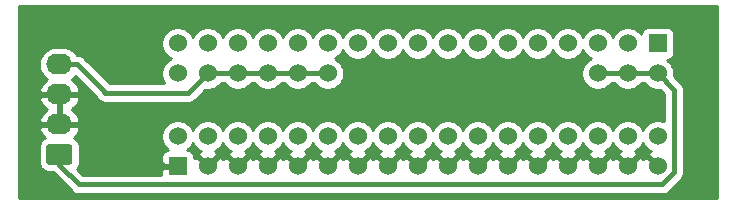
<source format=gbr>
G04 #@! TF.GenerationSoftware,KiCad,Pcbnew,(5.1.5-0-10_14)*
G04 #@! TF.CreationDate,2020-02-19T17:33:04+11:00*
G04 #@! TF.ProjectId,HX Internal FDD Adapter,48582049-6e74-4657-926e-616c20464444,rev?*
G04 #@! TF.SameCoordinates,Original*
G04 #@! TF.FileFunction,Copper,L2,Bot*
G04 #@! TF.FilePolarity,Positive*
%FSLAX46Y46*%
G04 Gerber Fmt 4.6, Leading zero omitted, Abs format (unit mm)*
G04 Created by KiCad (PCBNEW (5.1.5-0-10_14)) date 2020-02-19 17:33:04*
%MOMM*%
%LPD*%
G04 APERTURE LIST*
%ADD10C,1.524000*%
%ADD11R,1.524000X1.524000*%
%ADD12O,2.200000X1.740000*%
%ADD13C,0.100000*%
%ADD14C,0.400000*%
%ADD15C,0.254000*%
G04 APERTURE END LIST*
D10*
X52197000Y-38608000D03*
X52197000Y-36068000D03*
X54737000Y-38608000D03*
X54737000Y-36068000D03*
X57277000Y-38608000D03*
X57277000Y-36068000D03*
X59817000Y-38608000D03*
X59817000Y-36068000D03*
X64897000Y-38608000D03*
X64897000Y-36068000D03*
X67437000Y-38608000D03*
X67437000Y-36068000D03*
D11*
X92837000Y-36068000D03*
D10*
X90297000Y-36068000D03*
X87757000Y-36068000D03*
X85217000Y-36068000D03*
X82677000Y-36068000D03*
X80137000Y-36068000D03*
X77597000Y-36068000D03*
X75057000Y-36068000D03*
X72517000Y-36068000D03*
X69977000Y-36068000D03*
X69977000Y-38608000D03*
X72517000Y-38608000D03*
X75057000Y-38608000D03*
X77597000Y-38608000D03*
X80137000Y-38608000D03*
X82677000Y-38608000D03*
X85217000Y-38608000D03*
X87757000Y-38608000D03*
X90297000Y-38608000D03*
X92837000Y-38608000D03*
X62357000Y-36068000D03*
X62357000Y-38608000D03*
X62357000Y-43942000D03*
X62357000Y-46482000D03*
X92837000Y-43942000D03*
X90297000Y-43942000D03*
X87757000Y-43942000D03*
X85217000Y-43942000D03*
X82677000Y-43942000D03*
X80137000Y-43942000D03*
X77597000Y-43942000D03*
X75057000Y-43942000D03*
X72517000Y-43942000D03*
X69977000Y-43942000D03*
X69977000Y-46482000D03*
X72517000Y-46482000D03*
X75057000Y-46482000D03*
X77597000Y-46482000D03*
X80137000Y-46482000D03*
X82677000Y-46482000D03*
X85217000Y-46482000D03*
X87757000Y-46482000D03*
X90297000Y-46482000D03*
X92837000Y-46482000D03*
X67437000Y-46482000D03*
X67437000Y-43942000D03*
X64897000Y-46482000D03*
X64897000Y-43942000D03*
X59817000Y-46482000D03*
X59817000Y-43942000D03*
X57277000Y-46482000D03*
X57277000Y-43942000D03*
X54737000Y-46482000D03*
X54737000Y-43942000D03*
D11*
X52197000Y-46482000D03*
D10*
X52197000Y-43942000D03*
D12*
X42164000Y-37846000D03*
X42164000Y-40386000D03*
X42164000Y-42926000D03*
G04 #@! TA.AperFunction,ComponentPad*
D13*
G36*
X43038505Y-44597204D02*
G01*
X43062773Y-44600804D01*
X43086572Y-44606765D01*
X43109671Y-44615030D01*
X43131850Y-44625520D01*
X43152893Y-44638132D01*
X43172599Y-44652747D01*
X43190777Y-44669223D01*
X43207253Y-44687401D01*
X43221868Y-44707107D01*
X43234480Y-44728150D01*
X43244970Y-44750329D01*
X43253235Y-44773428D01*
X43259196Y-44797227D01*
X43262796Y-44821495D01*
X43264000Y-44845999D01*
X43264000Y-46086001D01*
X43262796Y-46110505D01*
X43259196Y-46134773D01*
X43253235Y-46158572D01*
X43244970Y-46181671D01*
X43234480Y-46203850D01*
X43221868Y-46224893D01*
X43207253Y-46244599D01*
X43190777Y-46262777D01*
X43172599Y-46279253D01*
X43152893Y-46293868D01*
X43131850Y-46306480D01*
X43109671Y-46316970D01*
X43086572Y-46325235D01*
X43062773Y-46331196D01*
X43038505Y-46334796D01*
X43014001Y-46336000D01*
X41313999Y-46336000D01*
X41289495Y-46334796D01*
X41265227Y-46331196D01*
X41241428Y-46325235D01*
X41218329Y-46316970D01*
X41196150Y-46306480D01*
X41175107Y-46293868D01*
X41155401Y-46279253D01*
X41137223Y-46262777D01*
X41120747Y-46244599D01*
X41106132Y-46224893D01*
X41093520Y-46203850D01*
X41083030Y-46181671D01*
X41074765Y-46158572D01*
X41068804Y-46134773D01*
X41065204Y-46110505D01*
X41064000Y-46086001D01*
X41064000Y-44845999D01*
X41065204Y-44821495D01*
X41068804Y-44797227D01*
X41074765Y-44773428D01*
X41083030Y-44750329D01*
X41093520Y-44728150D01*
X41106132Y-44707107D01*
X41120747Y-44687401D01*
X41137223Y-44669223D01*
X41155401Y-44652747D01*
X41175107Y-44638132D01*
X41196150Y-44625520D01*
X41218329Y-44615030D01*
X41241428Y-44606765D01*
X41265227Y-44600804D01*
X41289495Y-44597204D01*
X41313999Y-44596000D01*
X43014001Y-44596000D01*
X43038505Y-44597204D01*
G37*
G04 #@! TD.AperFunction*
D14*
X92837000Y-38608000D02*
X87757000Y-38608000D01*
X93218000Y-48006000D02*
X43834000Y-48006000D01*
X43834000Y-48006000D02*
X42164000Y-46336000D01*
X94234000Y-46990000D02*
X93218000Y-48006000D01*
X94234000Y-40005000D02*
X94234000Y-46990000D01*
X42164000Y-46336000D02*
X42164000Y-45466000D01*
X92837000Y-38608000D02*
X94234000Y-40005000D01*
X47479000Y-42926000D02*
X42164000Y-42926000D01*
X51035000Y-46482000D02*
X47479000Y-42926000D01*
X52197000Y-46482000D02*
X51035000Y-46482000D01*
X66675001Y-45720001D02*
X67437000Y-46482000D01*
X66274999Y-45319999D02*
X66675001Y-45720001D01*
X67437000Y-38608000D02*
X66274999Y-39770001D01*
X42164000Y-42926000D02*
X42164000Y-40386000D01*
X85217000Y-38608000D02*
X67437000Y-38608000D01*
X43664000Y-37846000D02*
X42164000Y-37846000D01*
X57277000Y-38608000D02*
X54737000Y-38608000D01*
X54737000Y-38608000D02*
X53086000Y-40259000D01*
X46077000Y-40259000D02*
X45835000Y-40017000D01*
X53086000Y-40259000D02*
X46077000Y-40259000D01*
X45835000Y-40017000D02*
X43664000Y-37846000D01*
X45950000Y-40132000D02*
X45835000Y-40017000D01*
X57277000Y-38608000D02*
X64897000Y-38608000D01*
D15*
G36*
X97892001Y-49124000D02*
G01*
X38760000Y-49124000D01*
X38760000Y-40746031D01*
X40472698Y-40746031D01*
X40490412Y-40838502D01*
X40606429Y-41111437D01*
X40773464Y-41356494D01*
X40985097Y-41564256D01*
X41125184Y-41656000D01*
X40985097Y-41747744D01*
X40773464Y-41955506D01*
X40606429Y-42200563D01*
X40490412Y-42473498D01*
X40472698Y-42565969D01*
X40593754Y-42799000D01*
X42037000Y-42799000D01*
X42037000Y-40513000D01*
X42291000Y-40513000D01*
X42291000Y-42799000D01*
X43734246Y-42799000D01*
X43855302Y-42565969D01*
X43837588Y-42473498D01*
X43721571Y-42200563D01*
X43554536Y-41955506D01*
X43342903Y-41747744D01*
X43202816Y-41656000D01*
X43342903Y-41564256D01*
X43554536Y-41356494D01*
X43721571Y-41111437D01*
X43837588Y-40838502D01*
X43855302Y-40746031D01*
X43734246Y-40513000D01*
X42291000Y-40513000D01*
X42037000Y-40513000D01*
X40593754Y-40513000D01*
X40472698Y-40746031D01*
X38760000Y-40746031D01*
X38760000Y-37846000D01*
X40421718Y-37846000D01*
X40450776Y-38141032D01*
X40536834Y-38424725D01*
X40676583Y-38686179D01*
X40864655Y-38915345D01*
X41093821Y-39103417D01*
X41121669Y-39118302D01*
X40985097Y-39207744D01*
X40773464Y-39415506D01*
X40606429Y-39660563D01*
X40490412Y-39933498D01*
X40472698Y-40025969D01*
X40593754Y-40259000D01*
X42037000Y-40259000D01*
X42037000Y-40239000D01*
X42291000Y-40239000D01*
X42291000Y-40259000D01*
X43734246Y-40259000D01*
X43855302Y-40025969D01*
X43837588Y-39933498D01*
X43721571Y-39660563D01*
X43554536Y-39415506D01*
X43342903Y-39207744D01*
X43206331Y-39118302D01*
X43234179Y-39103417D01*
X43463345Y-38915345D01*
X43503522Y-38866389D01*
X45273570Y-40636439D01*
X45273579Y-40636447D01*
X45362424Y-40725291D01*
X45457558Y-40820426D01*
X45483709Y-40852291D01*
X45610854Y-40956636D01*
X45755913Y-41034172D01*
X45913311Y-41081918D01*
X46035981Y-41094000D01*
X46035982Y-41094000D01*
X46077000Y-41098040D01*
X46118018Y-41094000D01*
X53044982Y-41094000D01*
X53086000Y-41098040D01*
X53127018Y-41094000D01*
X53127019Y-41094000D01*
X53249689Y-41081918D01*
X53407087Y-41034172D01*
X53552146Y-40956636D01*
X53679291Y-40852291D01*
X53705446Y-40820421D01*
X54533899Y-39991969D01*
X54599408Y-40005000D01*
X54874592Y-40005000D01*
X55144490Y-39951314D01*
X55398727Y-39846005D01*
X55627535Y-39693120D01*
X55822120Y-39498535D01*
X55859227Y-39443000D01*
X56154773Y-39443000D01*
X56191880Y-39498535D01*
X56386465Y-39693120D01*
X56615273Y-39846005D01*
X56869510Y-39951314D01*
X57139408Y-40005000D01*
X57414592Y-40005000D01*
X57684490Y-39951314D01*
X57938727Y-39846005D01*
X58167535Y-39693120D01*
X58362120Y-39498535D01*
X58399227Y-39443000D01*
X58694773Y-39443000D01*
X58731880Y-39498535D01*
X58926465Y-39693120D01*
X59155273Y-39846005D01*
X59409510Y-39951314D01*
X59679408Y-40005000D01*
X59954592Y-40005000D01*
X60224490Y-39951314D01*
X60478727Y-39846005D01*
X60707535Y-39693120D01*
X60902120Y-39498535D01*
X60939227Y-39443000D01*
X61234773Y-39443000D01*
X61271880Y-39498535D01*
X61466465Y-39693120D01*
X61695273Y-39846005D01*
X61949510Y-39951314D01*
X62219408Y-40005000D01*
X62494592Y-40005000D01*
X62764490Y-39951314D01*
X63018727Y-39846005D01*
X63247535Y-39693120D01*
X63442120Y-39498535D01*
X63479227Y-39443000D01*
X63774773Y-39443000D01*
X63811880Y-39498535D01*
X64006465Y-39693120D01*
X64235273Y-39846005D01*
X64489510Y-39951314D01*
X64759408Y-40005000D01*
X65034592Y-40005000D01*
X65304490Y-39951314D01*
X65558727Y-39846005D01*
X65787535Y-39693120D01*
X65982120Y-39498535D01*
X66135005Y-39269727D01*
X66240314Y-39015490D01*
X66294000Y-38745592D01*
X66294000Y-38470408D01*
X66240314Y-38200510D01*
X66135005Y-37946273D01*
X65982120Y-37717465D01*
X65787535Y-37522880D01*
X65558727Y-37369995D01*
X65481485Y-37338000D01*
X65558727Y-37306005D01*
X65787535Y-37153120D01*
X65982120Y-36958535D01*
X66135005Y-36729727D01*
X66167000Y-36652485D01*
X66198995Y-36729727D01*
X66351880Y-36958535D01*
X66546465Y-37153120D01*
X66775273Y-37306005D01*
X67029510Y-37411314D01*
X67299408Y-37465000D01*
X67574592Y-37465000D01*
X67844490Y-37411314D01*
X68098727Y-37306005D01*
X68327535Y-37153120D01*
X68522120Y-36958535D01*
X68675005Y-36729727D01*
X68707000Y-36652485D01*
X68738995Y-36729727D01*
X68891880Y-36958535D01*
X69086465Y-37153120D01*
X69315273Y-37306005D01*
X69569510Y-37411314D01*
X69839408Y-37465000D01*
X70114592Y-37465000D01*
X70384490Y-37411314D01*
X70638727Y-37306005D01*
X70867535Y-37153120D01*
X71062120Y-36958535D01*
X71215005Y-36729727D01*
X71247000Y-36652485D01*
X71278995Y-36729727D01*
X71431880Y-36958535D01*
X71626465Y-37153120D01*
X71855273Y-37306005D01*
X72109510Y-37411314D01*
X72379408Y-37465000D01*
X72654592Y-37465000D01*
X72924490Y-37411314D01*
X73178727Y-37306005D01*
X73407535Y-37153120D01*
X73602120Y-36958535D01*
X73755005Y-36729727D01*
X73787000Y-36652485D01*
X73818995Y-36729727D01*
X73971880Y-36958535D01*
X74166465Y-37153120D01*
X74395273Y-37306005D01*
X74649510Y-37411314D01*
X74919408Y-37465000D01*
X75194592Y-37465000D01*
X75464490Y-37411314D01*
X75718727Y-37306005D01*
X75947535Y-37153120D01*
X76142120Y-36958535D01*
X76295005Y-36729727D01*
X76327000Y-36652485D01*
X76358995Y-36729727D01*
X76511880Y-36958535D01*
X76706465Y-37153120D01*
X76935273Y-37306005D01*
X77189510Y-37411314D01*
X77459408Y-37465000D01*
X77734592Y-37465000D01*
X78004490Y-37411314D01*
X78258727Y-37306005D01*
X78487535Y-37153120D01*
X78682120Y-36958535D01*
X78835005Y-36729727D01*
X78867000Y-36652485D01*
X78898995Y-36729727D01*
X79051880Y-36958535D01*
X79246465Y-37153120D01*
X79475273Y-37306005D01*
X79729510Y-37411314D01*
X79999408Y-37465000D01*
X80274592Y-37465000D01*
X80544490Y-37411314D01*
X80798727Y-37306005D01*
X81027535Y-37153120D01*
X81222120Y-36958535D01*
X81375005Y-36729727D01*
X81407000Y-36652485D01*
X81438995Y-36729727D01*
X81591880Y-36958535D01*
X81786465Y-37153120D01*
X82015273Y-37306005D01*
X82269510Y-37411314D01*
X82539408Y-37465000D01*
X82814592Y-37465000D01*
X83084490Y-37411314D01*
X83338727Y-37306005D01*
X83567535Y-37153120D01*
X83762120Y-36958535D01*
X83915005Y-36729727D01*
X83947000Y-36652485D01*
X83978995Y-36729727D01*
X84131880Y-36958535D01*
X84326465Y-37153120D01*
X84555273Y-37306005D01*
X84809510Y-37411314D01*
X85079408Y-37465000D01*
X85354592Y-37465000D01*
X85624490Y-37411314D01*
X85878727Y-37306005D01*
X86107535Y-37153120D01*
X86302120Y-36958535D01*
X86455005Y-36729727D01*
X86487000Y-36652485D01*
X86518995Y-36729727D01*
X86671880Y-36958535D01*
X86866465Y-37153120D01*
X87095273Y-37306005D01*
X87172515Y-37338000D01*
X87095273Y-37369995D01*
X86866465Y-37522880D01*
X86671880Y-37717465D01*
X86518995Y-37946273D01*
X86413686Y-38200510D01*
X86360000Y-38470408D01*
X86360000Y-38745592D01*
X86413686Y-39015490D01*
X86518995Y-39269727D01*
X86671880Y-39498535D01*
X86866465Y-39693120D01*
X87095273Y-39846005D01*
X87349510Y-39951314D01*
X87619408Y-40005000D01*
X87894592Y-40005000D01*
X88164490Y-39951314D01*
X88418727Y-39846005D01*
X88647535Y-39693120D01*
X88842120Y-39498535D01*
X88879227Y-39443000D01*
X89174773Y-39443000D01*
X89211880Y-39498535D01*
X89406465Y-39693120D01*
X89635273Y-39846005D01*
X89889510Y-39951314D01*
X90159408Y-40005000D01*
X90434592Y-40005000D01*
X90704490Y-39951314D01*
X90958727Y-39846005D01*
X91187535Y-39693120D01*
X91382120Y-39498535D01*
X91419227Y-39443000D01*
X91714773Y-39443000D01*
X91751880Y-39498535D01*
X91946465Y-39693120D01*
X92175273Y-39846005D01*
X92429510Y-39951314D01*
X92699408Y-40005000D01*
X92974592Y-40005000D01*
X93040102Y-39991969D01*
X93399000Y-40350868D01*
X93399000Y-42662687D01*
X93244490Y-42598686D01*
X92974592Y-42545000D01*
X92699408Y-42545000D01*
X92429510Y-42598686D01*
X92175273Y-42703995D01*
X91946465Y-42856880D01*
X91751880Y-43051465D01*
X91598995Y-43280273D01*
X91567000Y-43357515D01*
X91535005Y-43280273D01*
X91382120Y-43051465D01*
X91187535Y-42856880D01*
X90958727Y-42703995D01*
X90704490Y-42598686D01*
X90434592Y-42545000D01*
X90159408Y-42545000D01*
X89889510Y-42598686D01*
X89635273Y-42703995D01*
X89406465Y-42856880D01*
X89211880Y-43051465D01*
X89058995Y-43280273D01*
X89027000Y-43357515D01*
X88995005Y-43280273D01*
X88842120Y-43051465D01*
X88647535Y-42856880D01*
X88418727Y-42703995D01*
X88164490Y-42598686D01*
X87894592Y-42545000D01*
X87619408Y-42545000D01*
X87349510Y-42598686D01*
X87095273Y-42703995D01*
X86866465Y-42856880D01*
X86671880Y-43051465D01*
X86518995Y-43280273D01*
X86487000Y-43357515D01*
X86455005Y-43280273D01*
X86302120Y-43051465D01*
X86107535Y-42856880D01*
X85878727Y-42703995D01*
X85624490Y-42598686D01*
X85354592Y-42545000D01*
X85079408Y-42545000D01*
X84809510Y-42598686D01*
X84555273Y-42703995D01*
X84326465Y-42856880D01*
X84131880Y-43051465D01*
X83978995Y-43280273D01*
X83947000Y-43357515D01*
X83915005Y-43280273D01*
X83762120Y-43051465D01*
X83567535Y-42856880D01*
X83338727Y-42703995D01*
X83084490Y-42598686D01*
X82814592Y-42545000D01*
X82539408Y-42545000D01*
X82269510Y-42598686D01*
X82015273Y-42703995D01*
X81786465Y-42856880D01*
X81591880Y-43051465D01*
X81438995Y-43280273D01*
X81407000Y-43357515D01*
X81375005Y-43280273D01*
X81222120Y-43051465D01*
X81027535Y-42856880D01*
X80798727Y-42703995D01*
X80544490Y-42598686D01*
X80274592Y-42545000D01*
X79999408Y-42545000D01*
X79729510Y-42598686D01*
X79475273Y-42703995D01*
X79246465Y-42856880D01*
X79051880Y-43051465D01*
X78898995Y-43280273D01*
X78867000Y-43357515D01*
X78835005Y-43280273D01*
X78682120Y-43051465D01*
X78487535Y-42856880D01*
X78258727Y-42703995D01*
X78004490Y-42598686D01*
X77734592Y-42545000D01*
X77459408Y-42545000D01*
X77189510Y-42598686D01*
X76935273Y-42703995D01*
X76706465Y-42856880D01*
X76511880Y-43051465D01*
X76358995Y-43280273D01*
X76327000Y-43357515D01*
X76295005Y-43280273D01*
X76142120Y-43051465D01*
X75947535Y-42856880D01*
X75718727Y-42703995D01*
X75464490Y-42598686D01*
X75194592Y-42545000D01*
X74919408Y-42545000D01*
X74649510Y-42598686D01*
X74395273Y-42703995D01*
X74166465Y-42856880D01*
X73971880Y-43051465D01*
X73818995Y-43280273D01*
X73787000Y-43357515D01*
X73755005Y-43280273D01*
X73602120Y-43051465D01*
X73407535Y-42856880D01*
X73178727Y-42703995D01*
X72924490Y-42598686D01*
X72654592Y-42545000D01*
X72379408Y-42545000D01*
X72109510Y-42598686D01*
X71855273Y-42703995D01*
X71626465Y-42856880D01*
X71431880Y-43051465D01*
X71278995Y-43280273D01*
X71247000Y-43357515D01*
X71215005Y-43280273D01*
X71062120Y-43051465D01*
X70867535Y-42856880D01*
X70638727Y-42703995D01*
X70384490Y-42598686D01*
X70114592Y-42545000D01*
X69839408Y-42545000D01*
X69569510Y-42598686D01*
X69315273Y-42703995D01*
X69086465Y-42856880D01*
X68891880Y-43051465D01*
X68738995Y-43280273D01*
X68707000Y-43357515D01*
X68675005Y-43280273D01*
X68522120Y-43051465D01*
X68327535Y-42856880D01*
X68098727Y-42703995D01*
X67844490Y-42598686D01*
X67574592Y-42545000D01*
X67299408Y-42545000D01*
X67029510Y-42598686D01*
X66775273Y-42703995D01*
X66546465Y-42856880D01*
X66351880Y-43051465D01*
X66198995Y-43280273D01*
X66167000Y-43357515D01*
X66135005Y-43280273D01*
X65982120Y-43051465D01*
X65787535Y-42856880D01*
X65558727Y-42703995D01*
X65304490Y-42598686D01*
X65034592Y-42545000D01*
X64759408Y-42545000D01*
X64489510Y-42598686D01*
X64235273Y-42703995D01*
X64006465Y-42856880D01*
X63811880Y-43051465D01*
X63658995Y-43280273D01*
X63627000Y-43357515D01*
X63595005Y-43280273D01*
X63442120Y-43051465D01*
X63247535Y-42856880D01*
X63018727Y-42703995D01*
X62764490Y-42598686D01*
X62494592Y-42545000D01*
X62219408Y-42545000D01*
X61949510Y-42598686D01*
X61695273Y-42703995D01*
X61466465Y-42856880D01*
X61271880Y-43051465D01*
X61118995Y-43280273D01*
X61087000Y-43357515D01*
X61055005Y-43280273D01*
X60902120Y-43051465D01*
X60707535Y-42856880D01*
X60478727Y-42703995D01*
X60224490Y-42598686D01*
X59954592Y-42545000D01*
X59679408Y-42545000D01*
X59409510Y-42598686D01*
X59155273Y-42703995D01*
X58926465Y-42856880D01*
X58731880Y-43051465D01*
X58578995Y-43280273D01*
X58547000Y-43357515D01*
X58515005Y-43280273D01*
X58362120Y-43051465D01*
X58167535Y-42856880D01*
X57938727Y-42703995D01*
X57684490Y-42598686D01*
X57414592Y-42545000D01*
X57139408Y-42545000D01*
X56869510Y-42598686D01*
X56615273Y-42703995D01*
X56386465Y-42856880D01*
X56191880Y-43051465D01*
X56038995Y-43280273D01*
X56007000Y-43357515D01*
X55975005Y-43280273D01*
X55822120Y-43051465D01*
X55627535Y-42856880D01*
X55398727Y-42703995D01*
X55144490Y-42598686D01*
X54874592Y-42545000D01*
X54599408Y-42545000D01*
X54329510Y-42598686D01*
X54075273Y-42703995D01*
X53846465Y-42856880D01*
X53651880Y-43051465D01*
X53498995Y-43280273D01*
X53467000Y-43357515D01*
X53435005Y-43280273D01*
X53282120Y-43051465D01*
X53087535Y-42856880D01*
X52858727Y-42703995D01*
X52604490Y-42598686D01*
X52334592Y-42545000D01*
X52059408Y-42545000D01*
X51789510Y-42598686D01*
X51535273Y-42703995D01*
X51306465Y-42856880D01*
X51111880Y-43051465D01*
X50958995Y-43280273D01*
X50853686Y-43534510D01*
X50800000Y-43804408D01*
X50800000Y-44079592D01*
X50853686Y-44349490D01*
X50958995Y-44603727D01*
X51111880Y-44832535D01*
X51306465Y-45027120D01*
X51394465Y-45085920D01*
X51310518Y-45094188D01*
X51190820Y-45130498D01*
X51080506Y-45189463D01*
X50983815Y-45268815D01*
X50904463Y-45365506D01*
X50845498Y-45475820D01*
X50809188Y-45595518D01*
X50796928Y-45720000D01*
X50800000Y-46196250D01*
X50958750Y-46355000D01*
X52070000Y-46355000D01*
X52070000Y-46335000D01*
X52324000Y-46335000D01*
X52324000Y-46355000D01*
X52344000Y-46355000D01*
X52344000Y-46609000D01*
X52324000Y-46609000D01*
X52324000Y-46629000D01*
X52070000Y-46629000D01*
X52070000Y-46609000D01*
X50958750Y-46609000D01*
X50800000Y-46767750D01*
X50797399Y-47171000D01*
X44179869Y-47171000D01*
X43678414Y-46669546D01*
X43752405Y-46579387D01*
X43834472Y-46425851D01*
X43885008Y-46259255D01*
X43902072Y-46086001D01*
X43902072Y-44845999D01*
X43885008Y-44672745D01*
X43834472Y-44506149D01*
X43752405Y-44352613D01*
X43641962Y-44218038D01*
X43507387Y-44107595D01*
X43398686Y-44049493D01*
X43554536Y-43896494D01*
X43721571Y-43651437D01*
X43837588Y-43378502D01*
X43855302Y-43286031D01*
X43734246Y-43053000D01*
X42291000Y-43053000D01*
X42291000Y-43073000D01*
X42037000Y-43073000D01*
X42037000Y-43053000D01*
X40593754Y-43053000D01*
X40472698Y-43286031D01*
X40490412Y-43378502D01*
X40606429Y-43651437D01*
X40773464Y-43896494D01*
X40929314Y-44049493D01*
X40820613Y-44107595D01*
X40686038Y-44218038D01*
X40575595Y-44352613D01*
X40493528Y-44506149D01*
X40442992Y-44672745D01*
X40425928Y-44845999D01*
X40425928Y-46086001D01*
X40442992Y-46259255D01*
X40493528Y-46425851D01*
X40575595Y-46579387D01*
X40686038Y-46713962D01*
X40820613Y-46824405D01*
X40974149Y-46906472D01*
X41140745Y-46957008D01*
X41313999Y-46974072D01*
X41621205Y-46974072D01*
X43214563Y-48567432D01*
X43240709Y-48599291D01*
X43367854Y-48703636D01*
X43512913Y-48781172D01*
X43670311Y-48828918D01*
X43792981Y-48841000D01*
X43792982Y-48841000D01*
X43834000Y-48845040D01*
X43875018Y-48841000D01*
X93176982Y-48841000D01*
X93218000Y-48845040D01*
X93259018Y-48841000D01*
X93259019Y-48841000D01*
X93381689Y-48828918D01*
X93539087Y-48781172D01*
X93684146Y-48703636D01*
X93811291Y-48599291D01*
X93837446Y-48567421D01*
X94795426Y-47609442D01*
X94827291Y-47583291D01*
X94931636Y-47456146D01*
X95009172Y-47311087D01*
X95056918Y-47153689D01*
X95069000Y-47031019D01*
X95073040Y-46990000D01*
X95069000Y-46948982D01*
X95069000Y-40046007D01*
X95073039Y-40004999D01*
X95069000Y-39963991D01*
X95069000Y-39963981D01*
X95056918Y-39841311D01*
X95009172Y-39683913D01*
X94931636Y-39538854D01*
X94827291Y-39411709D01*
X94795428Y-39385560D01*
X94220969Y-38811102D01*
X94234000Y-38745592D01*
X94234000Y-38470408D01*
X94180314Y-38200510D01*
X94075005Y-37946273D01*
X93922120Y-37717465D01*
X93727535Y-37522880D01*
X93639535Y-37464080D01*
X93723482Y-37455812D01*
X93843180Y-37419502D01*
X93953494Y-37360537D01*
X94050185Y-37281185D01*
X94129537Y-37184494D01*
X94188502Y-37074180D01*
X94224812Y-36954482D01*
X94237072Y-36830000D01*
X94237072Y-35306000D01*
X94224812Y-35181518D01*
X94188502Y-35061820D01*
X94129537Y-34951506D01*
X94050185Y-34854815D01*
X93953494Y-34775463D01*
X93843180Y-34716498D01*
X93723482Y-34680188D01*
X93599000Y-34667928D01*
X92075000Y-34667928D01*
X91950518Y-34680188D01*
X91830820Y-34716498D01*
X91720506Y-34775463D01*
X91623815Y-34854815D01*
X91544463Y-34951506D01*
X91485498Y-35061820D01*
X91449188Y-35181518D01*
X91440920Y-35265465D01*
X91382120Y-35177465D01*
X91187535Y-34982880D01*
X90958727Y-34829995D01*
X90704490Y-34724686D01*
X90434592Y-34671000D01*
X90159408Y-34671000D01*
X89889510Y-34724686D01*
X89635273Y-34829995D01*
X89406465Y-34982880D01*
X89211880Y-35177465D01*
X89058995Y-35406273D01*
X89027000Y-35483515D01*
X88995005Y-35406273D01*
X88842120Y-35177465D01*
X88647535Y-34982880D01*
X88418727Y-34829995D01*
X88164490Y-34724686D01*
X87894592Y-34671000D01*
X87619408Y-34671000D01*
X87349510Y-34724686D01*
X87095273Y-34829995D01*
X86866465Y-34982880D01*
X86671880Y-35177465D01*
X86518995Y-35406273D01*
X86487000Y-35483515D01*
X86455005Y-35406273D01*
X86302120Y-35177465D01*
X86107535Y-34982880D01*
X85878727Y-34829995D01*
X85624490Y-34724686D01*
X85354592Y-34671000D01*
X85079408Y-34671000D01*
X84809510Y-34724686D01*
X84555273Y-34829995D01*
X84326465Y-34982880D01*
X84131880Y-35177465D01*
X83978995Y-35406273D01*
X83947000Y-35483515D01*
X83915005Y-35406273D01*
X83762120Y-35177465D01*
X83567535Y-34982880D01*
X83338727Y-34829995D01*
X83084490Y-34724686D01*
X82814592Y-34671000D01*
X82539408Y-34671000D01*
X82269510Y-34724686D01*
X82015273Y-34829995D01*
X81786465Y-34982880D01*
X81591880Y-35177465D01*
X81438995Y-35406273D01*
X81407000Y-35483515D01*
X81375005Y-35406273D01*
X81222120Y-35177465D01*
X81027535Y-34982880D01*
X80798727Y-34829995D01*
X80544490Y-34724686D01*
X80274592Y-34671000D01*
X79999408Y-34671000D01*
X79729510Y-34724686D01*
X79475273Y-34829995D01*
X79246465Y-34982880D01*
X79051880Y-35177465D01*
X78898995Y-35406273D01*
X78867000Y-35483515D01*
X78835005Y-35406273D01*
X78682120Y-35177465D01*
X78487535Y-34982880D01*
X78258727Y-34829995D01*
X78004490Y-34724686D01*
X77734592Y-34671000D01*
X77459408Y-34671000D01*
X77189510Y-34724686D01*
X76935273Y-34829995D01*
X76706465Y-34982880D01*
X76511880Y-35177465D01*
X76358995Y-35406273D01*
X76327000Y-35483515D01*
X76295005Y-35406273D01*
X76142120Y-35177465D01*
X75947535Y-34982880D01*
X75718727Y-34829995D01*
X75464490Y-34724686D01*
X75194592Y-34671000D01*
X74919408Y-34671000D01*
X74649510Y-34724686D01*
X74395273Y-34829995D01*
X74166465Y-34982880D01*
X73971880Y-35177465D01*
X73818995Y-35406273D01*
X73787000Y-35483515D01*
X73755005Y-35406273D01*
X73602120Y-35177465D01*
X73407535Y-34982880D01*
X73178727Y-34829995D01*
X72924490Y-34724686D01*
X72654592Y-34671000D01*
X72379408Y-34671000D01*
X72109510Y-34724686D01*
X71855273Y-34829995D01*
X71626465Y-34982880D01*
X71431880Y-35177465D01*
X71278995Y-35406273D01*
X71247000Y-35483515D01*
X71215005Y-35406273D01*
X71062120Y-35177465D01*
X70867535Y-34982880D01*
X70638727Y-34829995D01*
X70384490Y-34724686D01*
X70114592Y-34671000D01*
X69839408Y-34671000D01*
X69569510Y-34724686D01*
X69315273Y-34829995D01*
X69086465Y-34982880D01*
X68891880Y-35177465D01*
X68738995Y-35406273D01*
X68707000Y-35483515D01*
X68675005Y-35406273D01*
X68522120Y-35177465D01*
X68327535Y-34982880D01*
X68098727Y-34829995D01*
X67844490Y-34724686D01*
X67574592Y-34671000D01*
X67299408Y-34671000D01*
X67029510Y-34724686D01*
X66775273Y-34829995D01*
X66546465Y-34982880D01*
X66351880Y-35177465D01*
X66198995Y-35406273D01*
X66167000Y-35483515D01*
X66135005Y-35406273D01*
X65982120Y-35177465D01*
X65787535Y-34982880D01*
X65558727Y-34829995D01*
X65304490Y-34724686D01*
X65034592Y-34671000D01*
X64759408Y-34671000D01*
X64489510Y-34724686D01*
X64235273Y-34829995D01*
X64006465Y-34982880D01*
X63811880Y-35177465D01*
X63658995Y-35406273D01*
X63627000Y-35483515D01*
X63595005Y-35406273D01*
X63442120Y-35177465D01*
X63247535Y-34982880D01*
X63018727Y-34829995D01*
X62764490Y-34724686D01*
X62494592Y-34671000D01*
X62219408Y-34671000D01*
X61949510Y-34724686D01*
X61695273Y-34829995D01*
X61466465Y-34982880D01*
X61271880Y-35177465D01*
X61118995Y-35406273D01*
X61087000Y-35483515D01*
X61055005Y-35406273D01*
X60902120Y-35177465D01*
X60707535Y-34982880D01*
X60478727Y-34829995D01*
X60224490Y-34724686D01*
X59954592Y-34671000D01*
X59679408Y-34671000D01*
X59409510Y-34724686D01*
X59155273Y-34829995D01*
X58926465Y-34982880D01*
X58731880Y-35177465D01*
X58578995Y-35406273D01*
X58547000Y-35483515D01*
X58515005Y-35406273D01*
X58362120Y-35177465D01*
X58167535Y-34982880D01*
X57938727Y-34829995D01*
X57684490Y-34724686D01*
X57414592Y-34671000D01*
X57139408Y-34671000D01*
X56869510Y-34724686D01*
X56615273Y-34829995D01*
X56386465Y-34982880D01*
X56191880Y-35177465D01*
X56038995Y-35406273D01*
X56007000Y-35483515D01*
X55975005Y-35406273D01*
X55822120Y-35177465D01*
X55627535Y-34982880D01*
X55398727Y-34829995D01*
X55144490Y-34724686D01*
X54874592Y-34671000D01*
X54599408Y-34671000D01*
X54329510Y-34724686D01*
X54075273Y-34829995D01*
X53846465Y-34982880D01*
X53651880Y-35177465D01*
X53498995Y-35406273D01*
X53467000Y-35483515D01*
X53435005Y-35406273D01*
X53282120Y-35177465D01*
X53087535Y-34982880D01*
X52858727Y-34829995D01*
X52604490Y-34724686D01*
X52334592Y-34671000D01*
X52059408Y-34671000D01*
X51789510Y-34724686D01*
X51535273Y-34829995D01*
X51306465Y-34982880D01*
X51111880Y-35177465D01*
X50958995Y-35406273D01*
X50853686Y-35660510D01*
X50800000Y-35930408D01*
X50800000Y-36205592D01*
X50853686Y-36475490D01*
X50958995Y-36729727D01*
X51111880Y-36958535D01*
X51306465Y-37153120D01*
X51535273Y-37306005D01*
X51612515Y-37338000D01*
X51535273Y-37369995D01*
X51306465Y-37522880D01*
X51111880Y-37717465D01*
X50958995Y-37946273D01*
X50853686Y-38200510D01*
X50800000Y-38470408D01*
X50800000Y-38745592D01*
X50853686Y-39015490D01*
X50958995Y-39269727D01*
X51062077Y-39424000D01*
X46422869Y-39424000D01*
X44283446Y-37284579D01*
X44257291Y-37252709D01*
X44130146Y-37148364D01*
X43985087Y-37070828D01*
X43827689Y-37023082D01*
X43705019Y-37011000D01*
X43705018Y-37011000D01*
X43664000Y-37006960D01*
X43652625Y-37008080D01*
X43651417Y-37005821D01*
X43463345Y-36776655D01*
X43234179Y-36588583D01*
X42972725Y-36448834D01*
X42689032Y-36362776D01*
X42467936Y-36341000D01*
X41860064Y-36341000D01*
X41638968Y-36362776D01*
X41355275Y-36448834D01*
X41093821Y-36588583D01*
X40864655Y-36776655D01*
X40676583Y-37005821D01*
X40536834Y-37267275D01*
X40450776Y-37550968D01*
X40421718Y-37846000D01*
X38760000Y-37846000D01*
X38760000Y-32918000D01*
X97892000Y-32918000D01*
X97892001Y-49124000D01*
G37*
X97892001Y-49124000D02*
X38760000Y-49124000D01*
X38760000Y-40746031D01*
X40472698Y-40746031D01*
X40490412Y-40838502D01*
X40606429Y-41111437D01*
X40773464Y-41356494D01*
X40985097Y-41564256D01*
X41125184Y-41656000D01*
X40985097Y-41747744D01*
X40773464Y-41955506D01*
X40606429Y-42200563D01*
X40490412Y-42473498D01*
X40472698Y-42565969D01*
X40593754Y-42799000D01*
X42037000Y-42799000D01*
X42037000Y-40513000D01*
X42291000Y-40513000D01*
X42291000Y-42799000D01*
X43734246Y-42799000D01*
X43855302Y-42565969D01*
X43837588Y-42473498D01*
X43721571Y-42200563D01*
X43554536Y-41955506D01*
X43342903Y-41747744D01*
X43202816Y-41656000D01*
X43342903Y-41564256D01*
X43554536Y-41356494D01*
X43721571Y-41111437D01*
X43837588Y-40838502D01*
X43855302Y-40746031D01*
X43734246Y-40513000D01*
X42291000Y-40513000D01*
X42037000Y-40513000D01*
X40593754Y-40513000D01*
X40472698Y-40746031D01*
X38760000Y-40746031D01*
X38760000Y-37846000D01*
X40421718Y-37846000D01*
X40450776Y-38141032D01*
X40536834Y-38424725D01*
X40676583Y-38686179D01*
X40864655Y-38915345D01*
X41093821Y-39103417D01*
X41121669Y-39118302D01*
X40985097Y-39207744D01*
X40773464Y-39415506D01*
X40606429Y-39660563D01*
X40490412Y-39933498D01*
X40472698Y-40025969D01*
X40593754Y-40259000D01*
X42037000Y-40259000D01*
X42037000Y-40239000D01*
X42291000Y-40239000D01*
X42291000Y-40259000D01*
X43734246Y-40259000D01*
X43855302Y-40025969D01*
X43837588Y-39933498D01*
X43721571Y-39660563D01*
X43554536Y-39415506D01*
X43342903Y-39207744D01*
X43206331Y-39118302D01*
X43234179Y-39103417D01*
X43463345Y-38915345D01*
X43503522Y-38866389D01*
X45273570Y-40636439D01*
X45273579Y-40636447D01*
X45362424Y-40725291D01*
X45457558Y-40820426D01*
X45483709Y-40852291D01*
X45610854Y-40956636D01*
X45755913Y-41034172D01*
X45913311Y-41081918D01*
X46035981Y-41094000D01*
X46035982Y-41094000D01*
X46077000Y-41098040D01*
X46118018Y-41094000D01*
X53044982Y-41094000D01*
X53086000Y-41098040D01*
X53127018Y-41094000D01*
X53127019Y-41094000D01*
X53249689Y-41081918D01*
X53407087Y-41034172D01*
X53552146Y-40956636D01*
X53679291Y-40852291D01*
X53705446Y-40820421D01*
X54533899Y-39991969D01*
X54599408Y-40005000D01*
X54874592Y-40005000D01*
X55144490Y-39951314D01*
X55398727Y-39846005D01*
X55627535Y-39693120D01*
X55822120Y-39498535D01*
X55859227Y-39443000D01*
X56154773Y-39443000D01*
X56191880Y-39498535D01*
X56386465Y-39693120D01*
X56615273Y-39846005D01*
X56869510Y-39951314D01*
X57139408Y-40005000D01*
X57414592Y-40005000D01*
X57684490Y-39951314D01*
X57938727Y-39846005D01*
X58167535Y-39693120D01*
X58362120Y-39498535D01*
X58399227Y-39443000D01*
X58694773Y-39443000D01*
X58731880Y-39498535D01*
X58926465Y-39693120D01*
X59155273Y-39846005D01*
X59409510Y-39951314D01*
X59679408Y-40005000D01*
X59954592Y-40005000D01*
X60224490Y-39951314D01*
X60478727Y-39846005D01*
X60707535Y-39693120D01*
X60902120Y-39498535D01*
X60939227Y-39443000D01*
X61234773Y-39443000D01*
X61271880Y-39498535D01*
X61466465Y-39693120D01*
X61695273Y-39846005D01*
X61949510Y-39951314D01*
X62219408Y-40005000D01*
X62494592Y-40005000D01*
X62764490Y-39951314D01*
X63018727Y-39846005D01*
X63247535Y-39693120D01*
X63442120Y-39498535D01*
X63479227Y-39443000D01*
X63774773Y-39443000D01*
X63811880Y-39498535D01*
X64006465Y-39693120D01*
X64235273Y-39846005D01*
X64489510Y-39951314D01*
X64759408Y-40005000D01*
X65034592Y-40005000D01*
X65304490Y-39951314D01*
X65558727Y-39846005D01*
X65787535Y-39693120D01*
X65982120Y-39498535D01*
X66135005Y-39269727D01*
X66240314Y-39015490D01*
X66294000Y-38745592D01*
X66294000Y-38470408D01*
X66240314Y-38200510D01*
X66135005Y-37946273D01*
X65982120Y-37717465D01*
X65787535Y-37522880D01*
X65558727Y-37369995D01*
X65481485Y-37338000D01*
X65558727Y-37306005D01*
X65787535Y-37153120D01*
X65982120Y-36958535D01*
X66135005Y-36729727D01*
X66167000Y-36652485D01*
X66198995Y-36729727D01*
X66351880Y-36958535D01*
X66546465Y-37153120D01*
X66775273Y-37306005D01*
X67029510Y-37411314D01*
X67299408Y-37465000D01*
X67574592Y-37465000D01*
X67844490Y-37411314D01*
X68098727Y-37306005D01*
X68327535Y-37153120D01*
X68522120Y-36958535D01*
X68675005Y-36729727D01*
X68707000Y-36652485D01*
X68738995Y-36729727D01*
X68891880Y-36958535D01*
X69086465Y-37153120D01*
X69315273Y-37306005D01*
X69569510Y-37411314D01*
X69839408Y-37465000D01*
X70114592Y-37465000D01*
X70384490Y-37411314D01*
X70638727Y-37306005D01*
X70867535Y-37153120D01*
X71062120Y-36958535D01*
X71215005Y-36729727D01*
X71247000Y-36652485D01*
X71278995Y-36729727D01*
X71431880Y-36958535D01*
X71626465Y-37153120D01*
X71855273Y-37306005D01*
X72109510Y-37411314D01*
X72379408Y-37465000D01*
X72654592Y-37465000D01*
X72924490Y-37411314D01*
X73178727Y-37306005D01*
X73407535Y-37153120D01*
X73602120Y-36958535D01*
X73755005Y-36729727D01*
X73787000Y-36652485D01*
X73818995Y-36729727D01*
X73971880Y-36958535D01*
X74166465Y-37153120D01*
X74395273Y-37306005D01*
X74649510Y-37411314D01*
X74919408Y-37465000D01*
X75194592Y-37465000D01*
X75464490Y-37411314D01*
X75718727Y-37306005D01*
X75947535Y-37153120D01*
X76142120Y-36958535D01*
X76295005Y-36729727D01*
X76327000Y-36652485D01*
X76358995Y-36729727D01*
X76511880Y-36958535D01*
X76706465Y-37153120D01*
X76935273Y-37306005D01*
X77189510Y-37411314D01*
X77459408Y-37465000D01*
X77734592Y-37465000D01*
X78004490Y-37411314D01*
X78258727Y-37306005D01*
X78487535Y-37153120D01*
X78682120Y-36958535D01*
X78835005Y-36729727D01*
X78867000Y-36652485D01*
X78898995Y-36729727D01*
X79051880Y-36958535D01*
X79246465Y-37153120D01*
X79475273Y-37306005D01*
X79729510Y-37411314D01*
X79999408Y-37465000D01*
X80274592Y-37465000D01*
X80544490Y-37411314D01*
X80798727Y-37306005D01*
X81027535Y-37153120D01*
X81222120Y-36958535D01*
X81375005Y-36729727D01*
X81407000Y-36652485D01*
X81438995Y-36729727D01*
X81591880Y-36958535D01*
X81786465Y-37153120D01*
X82015273Y-37306005D01*
X82269510Y-37411314D01*
X82539408Y-37465000D01*
X82814592Y-37465000D01*
X83084490Y-37411314D01*
X83338727Y-37306005D01*
X83567535Y-37153120D01*
X83762120Y-36958535D01*
X83915005Y-36729727D01*
X83947000Y-36652485D01*
X83978995Y-36729727D01*
X84131880Y-36958535D01*
X84326465Y-37153120D01*
X84555273Y-37306005D01*
X84809510Y-37411314D01*
X85079408Y-37465000D01*
X85354592Y-37465000D01*
X85624490Y-37411314D01*
X85878727Y-37306005D01*
X86107535Y-37153120D01*
X86302120Y-36958535D01*
X86455005Y-36729727D01*
X86487000Y-36652485D01*
X86518995Y-36729727D01*
X86671880Y-36958535D01*
X86866465Y-37153120D01*
X87095273Y-37306005D01*
X87172515Y-37338000D01*
X87095273Y-37369995D01*
X86866465Y-37522880D01*
X86671880Y-37717465D01*
X86518995Y-37946273D01*
X86413686Y-38200510D01*
X86360000Y-38470408D01*
X86360000Y-38745592D01*
X86413686Y-39015490D01*
X86518995Y-39269727D01*
X86671880Y-39498535D01*
X86866465Y-39693120D01*
X87095273Y-39846005D01*
X87349510Y-39951314D01*
X87619408Y-40005000D01*
X87894592Y-40005000D01*
X88164490Y-39951314D01*
X88418727Y-39846005D01*
X88647535Y-39693120D01*
X88842120Y-39498535D01*
X88879227Y-39443000D01*
X89174773Y-39443000D01*
X89211880Y-39498535D01*
X89406465Y-39693120D01*
X89635273Y-39846005D01*
X89889510Y-39951314D01*
X90159408Y-40005000D01*
X90434592Y-40005000D01*
X90704490Y-39951314D01*
X90958727Y-39846005D01*
X91187535Y-39693120D01*
X91382120Y-39498535D01*
X91419227Y-39443000D01*
X91714773Y-39443000D01*
X91751880Y-39498535D01*
X91946465Y-39693120D01*
X92175273Y-39846005D01*
X92429510Y-39951314D01*
X92699408Y-40005000D01*
X92974592Y-40005000D01*
X93040102Y-39991969D01*
X93399000Y-40350868D01*
X93399000Y-42662687D01*
X93244490Y-42598686D01*
X92974592Y-42545000D01*
X92699408Y-42545000D01*
X92429510Y-42598686D01*
X92175273Y-42703995D01*
X91946465Y-42856880D01*
X91751880Y-43051465D01*
X91598995Y-43280273D01*
X91567000Y-43357515D01*
X91535005Y-43280273D01*
X91382120Y-43051465D01*
X91187535Y-42856880D01*
X90958727Y-42703995D01*
X90704490Y-42598686D01*
X90434592Y-42545000D01*
X90159408Y-42545000D01*
X89889510Y-42598686D01*
X89635273Y-42703995D01*
X89406465Y-42856880D01*
X89211880Y-43051465D01*
X89058995Y-43280273D01*
X89027000Y-43357515D01*
X88995005Y-43280273D01*
X88842120Y-43051465D01*
X88647535Y-42856880D01*
X88418727Y-42703995D01*
X88164490Y-42598686D01*
X87894592Y-42545000D01*
X87619408Y-42545000D01*
X87349510Y-42598686D01*
X87095273Y-42703995D01*
X86866465Y-42856880D01*
X86671880Y-43051465D01*
X86518995Y-43280273D01*
X86487000Y-43357515D01*
X86455005Y-43280273D01*
X86302120Y-43051465D01*
X86107535Y-42856880D01*
X85878727Y-42703995D01*
X85624490Y-42598686D01*
X85354592Y-42545000D01*
X85079408Y-42545000D01*
X84809510Y-42598686D01*
X84555273Y-42703995D01*
X84326465Y-42856880D01*
X84131880Y-43051465D01*
X83978995Y-43280273D01*
X83947000Y-43357515D01*
X83915005Y-43280273D01*
X83762120Y-43051465D01*
X83567535Y-42856880D01*
X83338727Y-42703995D01*
X83084490Y-42598686D01*
X82814592Y-42545000D01*
X82539408Y-42545000D01*
X82269510Y-42598686D01*
X82015273Y-42703995D01*
X81786465Y-42856880D01*
X81591880Y-43051465D01*
X81438995Y-43280273D01*
X81407000Y-43357515D01*
X81375005Y-43280273D01*
X81222120Y-43051465D01*
X81027535Y-42856880D01*
X80798727Y-42703995D01*
X80544490Y-42598686D01*
X80274592Y-42545000D01*
X79999408Y-42545000D01*
X79729510Y-42598686D01*
X79475273Y-42703995D01*
X79246465Y-42856880D01*
X79051880Y-43051465D01*
X78898995Y-43280273D01*
X78867000Y-43357515D01*
X78835005Y-43280273D01*
X78682120Y-43051465D01*
X78487535Y-42856880D01*
X78258727Y-42703995D01*
X78004490Y-42598686D01*
X77734592Y-42545000D01*
X77459408Y-42545000D01*
X77189510Y-42598686D01*
X76935273Y-42703995D01*
X76706465Y-42856880D01*
X76511880Y-43051465D01*
X76358995Y-43280273D01*
X76327000Y-43357515D01*
X76295005Y-43280273D01*
X76142120Y-43051465D01*
X75947535Y-42856880D01*
X75718727Y-42703995D01*
X75464490Y-42598686D01*
X75194592Y-42545000D01*
X74919408Y-42545000D01*
X74649510Y-42598686D01*
X74395273Y-42703995D01*
X74166465Y-42856880D01*
X73971880Y-43051465D01*
X73818995Y-43280273D01*
X73787000Y-43357515D01*
X73755005Y-43280273D01*
X73602120Y-43051465D01*
X73407535Y-42856880D01*
X73178727Y-42703995D01*
X72924490Y-42598686D01*
X72654592Y-42545000D01*
X72379408Y-42545000D01*
X72109510Y-42598686D01*
X71855273Y-42703995D01*
X71626465Y-42856880D01*
X71431880Y-43051465D01*
X71278995Y-43280273D01*
X71247000Y-43357515D01*
X71215005Y-43280273D01*
X71062120Y-43051465D01*
X70867535Y-42856880D01*
X70638727Y-42703995D01*
X70384490Y-42598686D01*
X70114592Y-42545000D01*
X69839408Y-42545000D01*
X69569510Y-42598686D01*
X69315273Y-42703995D01*
X69086465Y-42856880D01*
X68891880Y-43051465D01*
X68738995Y-43280273D01*
X68707000Y-43357515D01*
X68675005Y-43280273D01*
X68522120Y-43051465D01*
X68327535Y-42856880D01*
X68098727Y-42703995D01*
X67844490Y-42598686D01*
X67574592Y-42545000D01*
X67299408Y-42545000D01*
X67029510Y-42598686D01*
X66775273Y-42703995D01*
X66546465Y-42856880D01*
X66351880Y-43051465D01*
X66198995Y-43280273D01*
X66167000Y-43357515D01*
X66135005Y-43280273D01*
X65982120Y-43051465D01*
X65787535Y-42856880D01*
X65558727Y-42703995D01*
X65304490Y-42598686D01*
X65034592Y-42545000D01*
X64759408Y-42545000D01*
X64489510Y-42598686D01*
X64235273Y-42703995D01*
X64006465Y-42856880D01*
X63811880Y-43051465D01*
X63658995Y-43280273D01*
X63627000Y-43357515D01*
X63595005Y-43280273D01*
X63442120Y-43051465D01*
X63247535Y-42856880D01*
X63018727Y-42703995D01*
X62764490Y-42598686D01*
X62494592Y-42545000D01*
X62219408Y-42545000D01*
X61949510Y-42598686D01*
X61695273Y-42703995D01*
X61466465Y-42856880D01*
X61271880Y-43051465D01*
X61118995Y-43280273D01*
X61087000Y-43357515D01*
X61055005Y-43280273D01*
X60902120Y-43051465D01*
X60707535Y-42856880D01*
X60478727Y-42703995D01*
X60224490Y-42598686D01*
X59954592Y-42545000D01*
X59679408Y-42545000D01*
X59409510Y-42598686D01*
X59155273Y-42703995D01*
X58926465Y-42856880D01*
X58731880Y-43051465D01*
X58578995Y-43280273D01*
X58547000Y-43357515D01*
X58515005Y-43280273D01*
X58362120Y-43051465D01*
X58167535Y-42856880D01*
X57938727Y-42703995D01*
X57684490Y-42598686D01*
X57414592Y-42545000D01*
X57139408Y-42545000D01*
X56869510Y-42598686D01*
X56615273Y-42703995D01*
X56386465Y-42856880D01*
X56191880Y-43051465D01*
X56038995Y-43280273D01*
X56007000Y-43357515D01*
X55975005Y-43280273D01*
X55822120Y-43051465D01*
X55627535Y-42856880D01*
X55398727Y-42703995D01*
X55144490Y-42598686D01*
X54874592Y-42545000D01*
X54599408Y-42545000D01*
X54329510Y-42598686D01*
X54075273Y-42703995D01*
X53846465Y-42856880D01*
X53651880Y-43051465D01*
X53498995Y-43280273D01*
X53467000Y-43357515D01*
X53435005Y-43280273D01*
X53282120Y-43051465D01*
X53087535Y-42856880D01*
X52858727Y-42703995D01*
X52604490Y-42598686D01*
X52334592Y-42545000D01*
X52059408Y-42545000D01*
X51789510Y-42598686D01*
X51535273Y-42703995D01*
X51306465Y-42856880D01*
X51111880Y-43051465D01*
X50958995Y-43280273D01*
X50853686Y-43534510D01*
X50800000Y-43804408D01*
X50800000Y-44079592D01*
X50853686Y-44349490D01*
X50958995Y-44603727D01*
X51111880Y-44832535D01*
X51306465Y-45027120D01*
X51394465Y-45085920D01*
X51310518Y-45094188D01*
X51190820Y-45130498D01*
X51080506Y-45189463D01*
X50983815Y-45268815D01*
X50904463Y-45365506D01*
X50845498Y-45475820D01*
X50809188Y-45595518D01*
X50796928Y-45720000D01*
X50800000Y-46196250D01*
X50958750Y-46355000D01*
X52070000Y-46355000D01*
X52070000Y-46335000D01*
X52324000Y-46335000D01*
X52324000Y-46355000D01*
X52344000Y-46355000D01*
X52344000Y-46609000D01*
X52324000Y-46609000D01*
X52324000Y-46629000D01*
X52070000Y-46629000D01*
X52070000Y-46609000D01*
X50958750Y-46609000D01*
X50800000Y-46767750D01*
X50797399Y-47171000D01*
X44179869Y-47171000D01*
X43678414Y-46669546D01*
X43752405Y-46579387D01*
X43834472Y-46425851D01*
X43885008Y-46259255D01*
X43902072Y-46086001D01*
X43902072Y-44845999D01*
X43885008Y-44672745D01*
X43834472Y-44506149D01*
X43752405Y-44352613D01*
X43641962Y-44218038D01*
X43507387Y-44107595D01*
X43398686Y-44049493D01*
X43554536Y-43896494D01*
X43721571Y-43651437D01*
X43837588Y-43378502D01*
X43855302Y-43286031D01*
X43734246Y-43053000D01*
X42291000Y-43053000D01*
X42291000Y-43073000D01*
X42037000Y-43073000D01*
X42037000Y-43053000D01*
X40593754Y-43053000D01*
X40472698Y-43286031D01*
X40490412Y-43378502D01*
X40606429Y-43651437D01*
X40773464Y-43896494D01*
X40929314Y-44049493D01*
X40820613Y-44107595D01*
X40686038Y-44218038D01*
X40575595Y-44352613D01*
X40493528Y-44506149D01*
X40442992Y-44672745D01*
X40425928Y-44845999D01*
X40425928Y-46086001D01*
X40442992Y-46259255D01*
X40493528Y-46425851D01*
X40575595Y-46579387D01*
X40686038Y-46713962D01*
X40820613Y-46824405D01*
X40974149Y-46906472D01*
X41140745Y-46957008D01*
X41313999Y-46974072D01*
X41621205Y-46974072D01*
X43214563Y-48567432D01*
X43240709Y-48599291D01*
X43367854Y-48703636D01*
X43512913Y-48781172D01*
X43670311Y-48828918D01*
X43792981Y-48841000D01*
X43792982Y-48841000D01*
X43834000Y-48845040D01*
X43875018Y-48841000D01*
X93176982Y-48841000D01*
X93218000Y-48845040D01*
X93259018Y-48841000D01*
X93259019Y-48841000D01*
X93381689Y-48828918D01*
X93539087Y-48781172D01*
X93684146Y-48703636D01*
X93811291Y-48599291D01*
X93837446Y-48567421D01*
X94795426Y-47609442D01*
X94827291Y-47583291D01*
X94931636Y-47456146D01*
X95009172Y-47311087D01*
X95056918Y-47153689D01*
X95069000Y-47031019D01*
X95073040Y-46990000D01*
X95069000Y-46948982D01*
X95069000Y-40046007D01*
X95073039Y-40004999D01*
X95069000Y-39963991D01*
X95069000Y-39963981D01*
X95056918Y-39841311D01*
X95009172Y-39683913D01*
X94931636Y-39538854D01*
X94827291Y-39411709D01*
X94795428Y-39385560D01*
X94220969Y-38811102D01*
X94234000Y-38745592D01*
X94234000Y-38470408D01*
X94180314Y-38200510D01*
X94075005Y-37946273D01*
X93922120Y-37717465D01*
X93727535Y-37522880D01*
X93639535Y-37464080D01*
X93723482Y-37455812D01*
X93843180Y-37419502D01*
X93953494Y-37360537D01*
X94050185Y-37281185D01*
X94129537Y-37184494D01*
X94188502Y-37074180D01*
X94224812Y-36954482D01*
X94237072Y-36830000D01*
X94237072Y-35306000D01*
X94224812Y-35181518D01*
X94188502Y-35061820D01*
X94129537Y-34951506D01*
X94050185Y-34854815D01*
X93953494Y-34775463D01*
X93843180Y-34716498D01*
X93723482Y-34680188D01*
X93599000Y-34667928D01*
X92075000Y-34667928D01*
X91950518Y-34680188D01*
X91830820Y-34716498D01*
X91720506Y-34775463D01*
X91623815Y-34854815D01*
X91544463Y-34951506D01*
X91485498Y-35061820D01*
X91449188Y-35181518D01*
X91440920Y-35265465D01*
X91382120Y-35177465D01*
X91187535Y-34982880D01*
X90958727Y-34829995D01*
X90704490Y-34724686D01*
X90434592Y-34671000D01*
X90159408Y-34671000D01*
X89889510Y-34724686D01*
X89635273Y-34829995D01*
X89406465Y-34982880D01*
X89211880Y-35177465D01*
X89058995Y-35406273D01*
X89027000Y-35483515D01*
X88995005Y-35406273D01*
X88842120Y-35177465D01*
X88647535Y-34982880D01*
X88418727Y-34829995D01*
X88164490Y-34724686D01*
X87894592Y-34671000D01*
X87619408Y-34671000D01*
X87349510Y-34724686D01*
X87095273Y-34829995D01*
X86866465Y-34982880D01*
X86671880Y-35177465D01*
X86518995Y-35406273D01*
X86487000Y-35483515D01*
X86455005Y-35406273D01*
X86302120Y-35177465D01*
X86107535Y-34982880D01*
X85878727Y-34829995D01*
X85624490Y-34724686D01*
X85354592Y-34671000D01*
X85079408Y-34671000D01*
X84809510Y-34724686D01*
X84555273Y-34829995D01*
X84326465Y-34982880D01*
X84131880Y-35177465D01*
X83978995Y-35406273D01*
X83947000Y-35483515D01*
X83915005Y-35406273D01*
X83762120Y-35177465D01*
X83567535Y-34982880D01*
X83338727Y-34829995D01*
X83084490Y-34724686D01*
X82814592Y-34671000D01*
X82539408Y-34671000D01*
X82269510Y-34724686D01*
X82015273Y-34829995D01*
X81786465Y-34982880D01*
X81591880Y-35177465D01*
X81438995Y-35406273D01*
X81407000Y-35483515D01*
X81375005Y-35406273D01*
X81222120Y-35177465D01*
X81027535Y-34982880D01*
X80798727Y-34829995D01*
X80544490Y-34724686D01*
X80274592Y-34671000D01*
X79999408Y-34671000D01*
X79729510Y-34724686D01*
X79475273Y-34829995D01*
X79246465Y-34982880D01*
X79051880Y-35177465D01*
X78898995Y-35406273D01*
X78867000Y-35483515D01*
X78835005Y-35406273D01*
X78682120Y-35177465D01*
X78487535Y-34982880D01*
X78258727Y-34829995D01*
X78004490Y-34724686D01*
X77734592Y-34671000D01*
X77459408Y-34671000D01*
X77189510Y-34724686D01*
X76935273Y-34829995D01*
X76706465Y-34982880D01*
X76511880Y-35177465D01*
X76358995Y-35406273D01*
X76327000Y-35483515D01*
X76295005Y-35406273D01*
X76142120Y-35177465D01*
X75947535Y-34982880D01*
X75718727Y-34829995D01*
X75464490Y-34724686D01*
X75194592Y-34671000D01*
X74919408Y-34671000D01*
X74649510Y-34724686D01*
X74395273Y-34829995D01*
X74166465Y-34982880D01*
X73971880Y-35177465D01*
X73818995Y-35406273D01*
X73787000Y-35483515D01*
X73755005Y-35406273D01*
X73602120Y-35177465D01*
X73407535Y-34982880D01*
X73178727Y-34829995D01*
X72924490Y-34724686D01*
X72654592Y-34671000D01*
X72379408Y-34671000D01*
X72109510Y-34724686D01*
X71855273Y-34829995D01*
X71626465Y-34982880D01*
X71431880Y-35177465D01*
X71278995Y-35406273D01*
X71247000Y-35483515D01*
X71215005Y-35406273D01*
X71062120Y-35177465D01*
X70867535Y-34982880D01*
X70638727Y-34829995D01*
X70384490Y-34724686D01*
X70114592Y-34671000D01*
X69839408Y-34671000D01*
X69569510Y-34724686D01*
X69315273Y-34829995D01*
X69086465Y-34982880D01*
X68891880Y-35177465D01*
X68738995Y-35406273D01*
X68707000Y-35483515D01*
X68675005Y-35406273D01*
X68522120Y-35177465D01*
X68327535Y-34982880D01*
X68098727Y-34829995D01*
X67844490Y-34724686D01*
X67574592Y-34671000D01*
X67299408Y-34671000D01*
X67029510Y-34724686D01*
X66775273Y-34829995D01*
X66546465Y-34982880D01*
X66351880Y-35177465D01*
X66198995Y-35406273D01*
X66167000Y-35483515D01*
X66135005Y-35406273D01*
X65982120Y-35177465D01*
X65787535Y-34982880D01*
X65558727Y-34829995D01*
X65304490Y-34724686D01*
X65034592Y-34671000D01*
X64759408Y-34671000D01*
X64489510Y-34724686D01*
X64235273Y-34829995D01*
X64006465Y-34982880D01*
X63811880Y-35177465D01*
X63658995Y-35406273D01*
X63627000Y-35483515D01*
X63595005Y-35406273D01*
X63442120Y-35177465D01*
X63247535Y-34982880D01*
X63018727Y-34829995D01*
X62764490Y-34724686D01*
X62494592Y-34671000D01*
X62219408Y-34671000D01*
X61949510Y-34724686D01*
X61695273Y-34829995D01*
X61466465Y-34982880D01*
X61271880Y-35177465D01*
X61118995Y-35406273D01*
X61087000Y-35483515D01*
X61055005Y-35406273D01*
X60902120Y-35177465D01*
X60707535Y-34982880D01*
X60478727Y-34829995D01*
X60224490Y-34724686D01*
X59954592Y-34671000D01*
X59679408Y-34671000D01*
X59409510Y-34724686D01*
X59155273Y-34829995D01*
X58926465Y-34982880D01*
X58731880Y-35177465D01*
X58578995Y-35406273D01*
X58547000Y-35483515D01*
X58515005Y-35406273D01*
X58362120Y-35177465D01*
X58167535Y-34982880D01*
X57938727Y-34829995D01*
X57684490Y-34724686D01*
X57414592Y-34671000D01*
X57139408Y-34671000D01*
X56869510Y-34724686D01*
X56615273Y-34829995D01*
X56386465Y-34982880D01*
X56191880Y-35177465D01*
X56038995Y-35406273D01*
X56007000Y-35483515D01*
X55975005Y-35406273D01*
X55822120Y-35177465D01*
X55627535Y-34982880D01*
X55398727Y-34829995D01*
X55144490Y-34724686D01*
X54874592Y-34671000D01*
X54599408Y-34671000D01*
X54329510Y-34724686D01*
X54075273Y-34829995D01*
X53846465Y-34982880D01*
X53651880Y-35177465D01*
X53498995Y-35406273D01*
X53467000Y-35483515D01*
X53435005Y-35406273D01*
X53282120Y-35177465D01*
X53087535Y-34982880D01*
X52858727Y-34829995D01*
X52604490Y-34724686D01*
X52334592Y-34671000D01*
X52059408Y-34671000D01*
X51789510Y-34724686D01*
X51535273Y-34829995D01*
X51306465Y-34982880D01*
X51111880Y-35177465D01*
X50958995Y-35406273D01*
X50853686Y-35660510D01*
X50800000Y-35930408D01*
X50800000Y-36205592D01*
X50853686Y-36475490D01*
X50958995Y-36729727D01*
X51111880Y-36958535D01*
X51306465Y-37153120D01*
X51535273Y-37306005D01*
X51612515Y-37338000D01*
X51535273Y-37369995D01*
X51306465Y-37522880D01*
X51111880Y-37717465D01*
X50958995Y-37946273D01*
X50853686Y-38200510D01*
X50800000Y-38470408D01*
X50800000Y-38745592D01*
X50853686Y-39015490D01*
X50958995Y-39269727D01*
X51062077Y-39424000D01*
X46422869Y-39424000D01*
X44283446Y-37284579D01*
X44257291Y-37252709D01*
X44130146Y-37148364D01*
X43985087Y-37070828D01*
X43827689Y-37023082D01*
X43705019Y-37011000D01*
X43705018Y-37011000D01*
X43664000Y-37006960D01*
X43652625Y-37008080D01*
X43651417Y-37005821D01*
X43463345Y-36776655D01*
X43234179Y-36588583D01*
X42972725Y-36448834D01*
X42689032Y-36362776D01*
X42467936Y-36341000D01*
X41860064Y-36341000D01*
X41638968Y-36362776D01*
X41355275Y-36448834D01*
X41093821Y-36588583D01*
X40864655Y-36776655D01*
X40676583Y-37005821D01*
X40536834Y-37267275D01*
X40450776Y-37550968D01*
X40421718Y-37846000D01*
X38760000Y-37846000D01*
X38760000Y-32918000D01*
X97892000Y-32918000D01*
X97892001Y-49124000D01*
G36*
X91598995Y-44603727D02*
G01*
X91751880Y-44832535D01*
X91946465Y-45027120D01*
X92175273Y-45180005D01*
X92246943Y-45209692D01*
X92233977Y-45214364D01*
X92118020Y-45276344D01*
X92051040Y-45516435D01*
X92837000Y-46302395D01*
X92851143Y-46288253D01*
X93030748Y-46467858D01*
X93016605Y-46482000D01*
X93030748Y-46496143D01*
X92851143Y-46675748D01*
X92837000Y-46661605D01*
X92822858Y-46675748D01*
X92643253Y-46496143D01*
X92657395Y-46482000D01*
X91871435Y-45696040D01*
X91631344Y-45763020D01*
X91569921Y-45893644D01*
X91564636Y-45878977D01*
X91502656Y-45763020D01*
X91262565Y-45696040D01*
X90476605Y-46482000D01*
X90490748Y-46496143D01*
X90311143Y-46675748D01*
X90297000Y-46661605D01*
X90282858Y-46675748D01*
X90103253Y-46496143D01*
X90117395Y-46482000D01*
X89331435Y-45696040D01*
X89091344Y-45763020D01*
X89029921Y-45893644D01*
X89024636Y-45878977D01*
X88962656Y-45763020D01*
X88722565Y-45696040D01*
X87936605Y-46482000D01*
X87950748Y-46496143D01*
X87771143Y-46675748D01*
X87757000Y-46661605D01*
X87742858Y-46675748D01*
X87563253Y-46496143D01*
X87577395Y-46482000D01*
X86791435Y-45696040D01*
X86551344Y-45763020D01*
X86489921Y-45893644D01*
X86484636Y-45878977D01*
X86422656Y-45763020D01*
X86182565Y-45696040D01*
X85396605Y-46482000D01*
X85410748Y-46496143D01*
X85231143Y-46675748D01*
X85217000Y-46661605D01*
X85202858Y-46675748D01*
X85023253Y-46496143D01*
X85037395Y-46482000D01*
X84251435Y-45696040D01*
X84011344Y-45763020D01*
X83949921Y-45893644D01*
X83944636Y-45878977D01*
X83882656Y-45763020D01*
X83642565Y-45696040D01*
X82856605Y-46482000D01*
X82870748Y-46496143D01*
X82691143Y-46675748D01*
X82677000Y-46661605D01*
X82662858Y-46675748D01*
X82483253Y-46496143D01*
X82497395Y-46482000D01*
X81711435Y-45696040D01*
X81471344Y-45763020D01*
X81409921Y-45893644D01*
X81404636Y-45878977D01*
X81342656Y-45763020D01*
X81102565Y-45696040D01*
X80316605Y-46482000D01*
X80330748Y-46496143D01*
X80151143Y-46675748D01*
X80137000Y-46661605D01*
X80122858Y-46675748D01*
X79943253Y-46496143D01*
X79957395Y-46482000D01*
X79171435Y-45696040D01*
X78931344Y-45763020D01*
X78869921Y-45893644D01*
X78864636Y-45878977D01*
X78802656Y-45763020D01*
X78562565Y-45696040D01*
X77776605Y-46482000D01*
X77790748Y-46496143D01*
X77611143Y-46675748D01*
X77597000Y-46661605D01*
X77582858Y-46675748D01*
X77403253Y-46496143D01*
X77417395Y-46482000D01*
X76631435Y-45696040D01*
X76391344Y-45763020D01*
X76329921Y-45893644D01*
X76324636Y-45878977D01*
X76262656Y-45763020D01*
X76022565Y-45696040D01*
X75236605Y-46482000D01*
X75250748Y-46496143D01*
X75071143Y-46675748D01*
X75057000Y-46661605D01*
X75042858Y-46675748D01*
X74863253Y-46496143D01*
X74877395Y-46482000D01*
X74091435Y-45696040D01*
X73851344Y-45763020D01*
X73789921Y-45893644D01*
X73784636Y-45878977D01*
X73722656Y-45763020D01*
X73482565Y-45696040D01*
X72696605Y-46482000D01*
X72710748Y-46496143D01*
X72531143Y-46675748D01*
X72517000Y-46661605D01*
X72502858Y-46675748D01*
X72323253Y-46496143D01*
X72337395Y-46482000D01*
X71551435Y-45696040D01*
X71311344Y-45763020D01*
X71249921Y-45893644D01*
X71244636Y-45878977D01*
X71182656Y-45763020D01*
X70942565Y-45696040D01*
X70156605Y-46482000D01*
X70170748Y-46496143D01*
X69991143Y-46675748D01*
X69977000Y-46661605D01*
X69962858Y-46675748D01*
X69783253Y-46496143D01*
X69797395Y-46482000D01*
X69011435Y-45696040D01*
X68771344Y-45763020D01*
X68709921Y-45893644D01*
X68704636Y-45878977D01*
X68642656Y-45763020D01*
X68402565Y-45696040D01*
X67616605Y-46482000D01*
X67630748Y-46496143D01*
X67451143Y-46675748D01*
X67437000Y-46661605D01*
X67422858Y-46675748D01*
X67243253Y-46496143D01*
X67257395Y-46482000D01*
X66471435Y-45696040D01*
X66231344Y-45763020D01*
X66169921Y-45893644D01*
X66164636Y-45878977D01*
X66102656Y-45763020D01*
X65862565Y-45696040D01*
X65076605Y-46482000D01*
X65090748Y-46496143D01*
X64911143Y-46675748D01*
X64897000Y-46661605D01*
X64882858Y-46675748D01*
X64703253Y-46496143D01*
X64717395Y-46482000D01*
X63931435Y-45696040D01*
X63691344Y-45763020D01*
X63629921Y-45893644D01*
X63624636Y-45878977D01*
X63562656Y-45763020D01*
X63322565Y-45696040D01*
X62536605Y-46482000D01*
X62550748Y-46496143D01*
X62371143Y-46675748D01*
X62357000Y-46661605D01*
X62342858Y-46675748D01*
X62163253Y-46496143D01*
X62177395Y-46482000D01*
X61391435Y-45696040D01*
X61151344Y-45763020D01*
X61089921Y-45893644D01*
X61084636Y-45878977D01*
X61022656Y-45763020D01*
X60782565Y-45696040D01*
X59996605Y-46482000D01*
X60010748Y-46496143D01*
X59831143Y-46675748D01*
X59817000Y-46661605D01*
X59802858Y-46675748D01*
X59623253Y-46496143D01*
X59637395Y-46482000D01*
X58851435Y-45696040D01*
X58611344Y-45763020D01*
X58549921Y-45893644D01*
X58544636Y-45878977D01*
X58482656Y-45763020D01*
X58242565Y-45696040D01*
X57456605Y-46482000D01*
X57470748Y-46496143D01*
X57291143Y-46675748D01*
X57277000Y-46661605D01*
X57262858Y-46675748D01*
X57083253Y-46496143D01*
X57097395Y-46482000D01*
X56311435Y-45696040D01*
X56071344Y-45763020D01*
X56009921Y-45893644D01*
X56004636Y-45878977D01*
X55942656Y-45763020D01*
X55702565Y-45696040D01*
X54916605Y-46482000D01*
X54930748Y-46496143D01*
X54751143Y-46675748D01*
X54737000Y-46661605D01*
X54722858Y-46675748D01*
X54543253Y-46496143D01*
X54557395Y-46482000D01*
X53771435Y-45696040D01*
X53596912Y-45744728D01*
X53597072Y-45720000D01*
X53584812Y-45595518D01*
X53548502Y-45475820D01*
X53489537Y-45365506D01*
X53410185Y-45268815D01*
X53313494Y-45189463D01*
X53203180Y-45130498D01*
X53083482Y-45094188D01*
X52999535Y-45085920D01*
X53087535Y-45027120D01*
X53282120Y-44832535D01*
X53435005Y-44603727D01*
X53467000Y-44526485D01*
X53498995Y-44603727D01*
X53651880Y-44832535D01*
X53846465Y-45027120D01*
X54075273Y-45180005D01*
X54146943Y-45209692D01*
X54133977Y-45214364D01*
X54018020Y-45276344D01*
X53951040Y-45516435D01*
X54737000Y-46302395D01*
X55522960Y-45516435D01*
X55455980Y-45276344D01*
X55320240Y-45212515D01*
X55398727Y-45180005D01*
X55627535Y-45027120D01*
X55822120Y-44832535D01*
X55975005Y-44603727D01*
X56007000Y-44526485D01*
X56038995Y-44603727D01*
X56191880Y-44832535D01*
X56386465Y-45027120D01*
X56615273Y-45180005D01*
X56686943Y-45209692D01*
X56673977Y-45214364D01*
X56558020Y-45276344D01*
X56491040Y-45516435D01*
X57277000Y-46302395D01*
X58062960Y-45516435D01*
X57995980Y-45276344D01*
X57860240Y-45212515D01*
X57938727Y-45180005D01*
X58167535Y-45027120D01*
X58362120Y-44832535D01*
X58515005Y-44603727D01*
X58547000Y-44526485D01*
X58578995Y-44603727D01*
X58731880Y-44832535D01*
X58926465Y-45027120D01*
X59155273Y-45180005D01*
X59226943Y-45209692D01*
X59213977Y-45214364D01*
X59098020Y-45276344D01*
X59031040Y-45516435D01*
X59817000Y-46302395D01*
X60602960Y-45516435D01*
X60535980Y-45276344D01*
X60400240Y-45212515D01*
X60478727Y-45180005D01*
X60707535Y-45027120D01*
X60902120Y-44832535D01*
X61055005Y-44603727D01*
X61087000Y-44526485D01*
X61118995Y-44603727D01*
X61271880Y-44832535D01*
X61466465Y-45027120D01*
X61695273Y-45180005D01*
X61766943Y-45209692D01*
X61753977Y-45214364D01*
X61638020Y-45276344D01*
X61571040Y-45516435D01*
X62357000Y-46302395D01*
X63142960Y-45516435D01*
X63075980Y-45276344D01*
X62940240Y-45212515D01*
X63018727Y-45180005D01*
X63247535Y-45027120D01*
X63442120Y-44832535D01*
X63595005Y-44603727D01*
X63627000Y-44526485D01*
X63658995Y-44603727D01*
X63811880Y-44832535D01*
X64006465Y-45027120D01*
X64235273Y-45180005D01*
X64306943Y-45209692D01*
X64293977Y-45214364D01*
X64178020Y-45276344D01*
X64111040Y-45516435D01*
X64897000Y-46302395D01*
X65682960Y-45516435D01*
X65615980Y-45276344D01*
X65480240Y-45212515D01*
X65558727Y-45180005D01*
X65787535Y-45027120D01*
X65982120Y-44832535D01*
X66135005Y-44603727D01*
X66167000Y-44526485D01*
X66198995Y-44603727D01*
X66351880Y-44832535D01*
X66546465Y-45027120D01*
X66775273Y-45180005D01*
X66846943Y-45209692D01*
X66833977Y-45214364D01*
X66718020Y-45276344D01*
X66651040Y-45516435D01*
X67437000Y-46302395D01*
X68222960Y-45516435D01*
X68155980Y-45276344D01*
X68020240Y-45212515D01*
X68098727Y-45180005D01*
X68327535Y-45027120D01*
X68522120Y-44832535D01*
X68675005Y-44603727D01*
X68707000Y-44526485D01*
X68738995Y-44603727D01*
X68891880Y-44832535D01*
X69086465Y-45027120D01*
X69315273Y-45180005D01*
X69386943Y-45209692D01*
X69373977Y-45214364D01*
X69258020Y-45276344D01*
X69191040Y-45516435D01*
X69977000Y-46302395D01*
X70762960Y-45516435D01*
X70695980Y-45276344D01*
X70560240Y-45212515D01*
X70638727Y-45180005D01*
X70867535Y-45027120D01*
X71062120Y-44832535D01*
X71215005Y-44603727D01*
X71247000Y-44526485D01*
X71278995Y-44603727D01*
X71431880Y-44832535D01*
X71626465Y-45027120D01*
X71855273Y-45180005D01*
X71926943Y-45209692D01*
X71913977Y-45214364D01*
X71798020Y-45276344D01*
X71731040Y-45516435D01*
X72517000Y-46302395D01*
X73302960Y-45516435D01*
X73235980Y-45276344D01*
X73100240Y-45212515D01*
X73178727Y-45180005D01*
X73407535Y-45027120D01*
X73602120Y-44832535D01*
X73755005Y-44603727D01*
X73787000Y-44526485D01*
X73818995Y-44603727D01*
X73971880Y-44832535D01*
X74166465Y-45027120D01*
X74395273Y-45180005D01*
X74466943Y-45209692D01*
X74453977Y-45214364D01*
X74338020Y-45276344D01*
X74271040Y-45516435D01*
X75057000Y-46302395D01*
X75842960Y-45516435D01*
X75775980Y-45276344D01*
X75640240Y-45212515D01*
X75718727Y-45180005D01*
X75947535Y-45027120D01*
X76142120Y-44832535D01*
X76295005Y-44603727D01*
X76327000Y-44526485D01*
X76358995Y-44603727D01*
X76511880Y-44832535D01*
X76706465Y-45027120D01*
X76935273Y-45180005D01*
X77006943Y-45209692D01*
X76993977Y-45214364D01*
X76878020Y-45276344D01*
X76811040Y-45516435D01*
X77597000Y-46302395D01*
X78382960Y-45516435D01*
X78315980Y-45276344D01*
X78180240Y-45212515D01*
X78258727Y-45180005D01*
X78487535Y-45027120D01*
X78682120Y-44832535D01*
X78835005Y-44603727D01*
X78867000Y-44526485D01*
X78898995Y-44603727D01*
X79051880Y-44832535D01*
X79246465Y-45027120D01*
X79475273Y-45180005D01*
X79546943Y-45209692D01*
X79533977Y-45214364D01*
X79418020Y-45276344D01*
X79351040Y-45516435D01*
X80137000Y-46302395D01*
X80922960Y-45516435D01*
X80855980Y-45276344D01*
X80720240Y-45212515D01*
X80798727Y-45180005D01*
X81027535Y-45027120D01*
X81222120Y-44832535D01*
X81375005Y-44603727D01*
X81407000Y-44526485D01*
X81438995Y-44603727D01*
X81591880Y-44832535D01*
X81786465Y-45027120D01*
X82015273Y-45180005D01*
X82086943Y-45209692D01*
X82073977Y-45214364D01*
X81958020Y-45276344D01*
X81891040Y-45516435D01*
X82677000Y-46302395D01*
X83462960Y-45516435D01*
X83395980Y-45276344D01*
X83260240Y-45212515D01*
X83338727Y-45180005D01*
X83567535Y-45027120D01*
X83762120Y-44832535D01*
X83915005Y-44603727D01*
X83947000Y-44526485D01*
X83978995Y-44603727D01*
X84131880Y-44832535D01*
X84326465Y-45027120D01*
X84555273Y-45180005D01*
X84626943Y-45209692D01*
X84613977Y-45214364D01*
X84498020Y-45276344D01*
X84431040Y-45516435D01*
X85217000Y-46302395D01*
X86002960Y-45516435D01*
X85935980Y-45276344D01*
X85800240Y-45212515D01*
X85878727Y-45180005D01*
X86107535Y-45027120D01*
X86302120Y-44832535D01*
X86455005Y-44603727D01*
X86487000Y-44526485D01*
X86518995Y-44603727D01*
X86671880Y-44832535D01*
X86866465Y-45027120D01*
X87095273Y-45180005D01*
X87166943Y-45209692D01*
X87153977Y-45214364D01*
X87038020Y-45276344D01*
X86971040Y-45516435D01*
X87757000Y-46302395D01*
X88542960Y-45516435D01*
X88475980Y-45276344D01*
X88340240Y-45212515D01*
X88418727Y-45180005D01*
X88647535Y-45027120D01*
X88842120Y-44832535D01*
X88995005Y-44603727D01*
X89027000Y-44526485D01*
X89058995Y-44603727D01*
X89211880Y-44832535D01*
X89406465Y-45027120D01*
X89635273Y-45180005D01*
X89706943Y-45209692D01*
X89693977Y-45214364D01*
X89578020Y-45276344D01*
X89511040Y-45516435D01*
X90297000Y-46302395D01*
X91082960Y-45516435D01*
X91015980Y-45276344D01*
X90880240Y-45212515D01*
X90958727Y-45180005D01*
X91187535Y-45027120D01*
X91382120Y-44832535D01*
X91535005Y-44603727D01*
X91567000Y-44526485D01*
X91598995Y-44603727D01*
G37*
X91598995Y-44603727D02*
X91751880Y-44832535D01*
X91946465Y-45027120D01*
X92175273Y-45180005D01*
X92246943Y-45209692D01*
X92233977Y-45214364D01*
X92118020Y-45276344D01*
X92051040Y-45516435D01*
X92837000Y-46302395D01*
X92851143Y-46288253D01*
X93030748Y-46467858D01*
X93016605Y-46482000D01*
X93030748Y-46496143D01*
X92851143Y-46675748D01*
X92837000Y-46661605D01*
X92822858Y-46675748D01*
X92643253Y-46496143D01*
X92657395Y-46482000D01*
X91871435Y-45696040D01*
X91631344Y-45763020D01*
X91569921Y-45893644D01*
X91564636Y-45878977D01*
X91502656Y-45763020D01*
X91262565Y-45696040D01*
X90476605Y-46482000D01*
X90490748Y-46496143D01*
X90311143Y-46675748D01*
X90297000Y-46661605D01*
X90282858Y-46675748D01*
X90103253Y-46496143D01*
X90117395Y-46482000D01*
X89331435Y-45696040D01*
X89091344Y-45763020D01*
X89029921Y-45893644D01*
X89024636Y-45878977D01*
X88962656Y-45763020D01*
X88722565Y-45696040D01*
X87936605Y-46482000D01*
X87950748Y-46496143D01*
X87771143Y-46675748D01*
X87757000Y-46661605D01*
X87742858Y-46675748D01*
X87563253Y-46496143D01*
X87577395Y-46482000D01*
X86791435Y-45696040D01*
X86551344Y-45763020D01*
X86489921Y-45893644D01*
X86484636Y-45878977D01*
X86422656Y-45763020D01*
X86182565Y-45696040D01*
X85396605Y-46482000D01*
X85410748Y-46496143D01*
X85231143Y-46675748D01*
X85217000Y-46661605D01*
X85202858Y-46675748D01*
X85023253Y-46496143D01*
X85037395Y-46482000D01*
X84251435Y-45696040D01*
X84011344Y-45763020D01*
X83949921Y-45893644D01*
X83944636Y-45878977D01*
X83882656Y-45763020D01*
X83642565Y-45696040D01*
X82856605Y-46482000D01*
X82870748Y-46496143D01*
X82691143Y-46675748D01*
X82677000Y-46661605D01*
X82662858Y-46675748D01*
X82483253Y-46496143D01*
X82497395Y-46482000D01*
X81711435Y-45696040D01*
X81471344Y-45763020D01*
X81409921Y-45893644D01*
X81404636Y-45878977D01*
X81342656Y-45763020D01*
X81102565Y-45696040D01*
X80316605Y-46482000D01*
X80330748Y-46496143D01*
X80151143Y-46675748D01*
X80137000Y-46661605D01*
X80122858Y-46675748D01*
X79943253Y-46496143D01*
X79957395Y-46482000D01*
X79171435Y-45696040D01*
X78931344Y-45763020D01*
X78869921Y-45893644D01*
X78864636Y-45878977D01*
X78802656Y-45763020D01*
X78562565Y-45696040D01*
X77776605Y-46482000D01*
X77790748Y-46496143D01*
X77611143Y-46675748D01*
X77597000Y-46661605D01*
X77582858Y-46675748D01*
X77403253Y-46496143D01*
X77417395Y-46482000D01*
X76631435Y-45696040D01*
X76391344Y-45763020D01*
X76329921Y-45893644D01*
X76324636Y-45878977D01*
X76262656Y-45763020D01*
X76022565Y-45696040D01*
X75236605Y-46482000D01*
X75250748Y-46496143D01*
X75071143Y-46675748D01*
X75057000Y-46661605D01*
X75042858Y-46675748D01*
X74863253Y-46496143D01*
X74877395Y-46482000D01*
X74091435Y-45696040D01*
X73851344Y-45763020D01*
X73789921Y-45893644D01*
X73784636Y-45878977D01*
X73722656Y-45763020D01*
X73482565Y-45696040D01*
X72696605Y-46482000D01*
X72710748Y-46496143D01*
X72531143Y-46675748D01*
X72517000Y-46661605D01*
X72502858Y-46675748D01*
X72323253Y-46496143D01*
X72337395Y-46482000D01*
X71551435Y-45696040D01*
X71311344Y-45763020D01*
X71249921Y-45893644D01*
X71244636Y-45878977D01*
X71182656Y-45763020D01*
X70942565Y-45696040D01*
X70156605Y-46482000D01*
X70170748Y-46496143D01*
X69991143Y-46675748D01*
X69977000Y-46661605D01*
X69962858Y-46675748D01*
X69783253Y-46496143D01*
X69797395Y-46482000D01*
X69011435Y-45696040D01*
X68771344Y-45763020D01*
X68709921Y-45893644D01*
X68704636Y-45878977D01*
X68642656Y-45763020D01*
X68402565Y-45696040D01*
X67616605Y-46482000D01*
X67630748Y-46496143D01*
X67451143Y-46675748D01*
X67437000Y-46661605D01*
X67422858Y-46675748D01*
X67243253Y-46496143D01*
X67257395Y-46482000D01*
X66471435Y-45696040D01*
X66231344Y-45763020D01*
X66169921Y-45893644D01*
X66164636Y-45878977D01*
X66102656Y-45763020D01*
X65862565Y-45696040D01*
X65076605Y-46482000D01*
X65090748Y-46496143D01*
X64911143Y-46675748D01*
X64897000Y-46661605D01*
X64882858Y-46675748D01*
X64703253Y-46496143D01*
X64717395Y-46482000D01*
X63931435Y-45696040D01*
X63691344Y-45763020D01*
X63629921Y-45893644D01*
X63624636Y-45878977D01*
X63562656Y-45763020D01*
X63322565Y-45696040D01*
X62536605Y-46482000D01*
X62550748Y-46496143D01*
X62371143Y-46675748D01*
X62357000Y-46661605D01*
X62342858Y-46675748D01*
X62163253Y-46496143D01*
X62177395Y-46482000D01*
X61391435Y-45696040D01*
X61151344Y-45763020D01*
X61089921Y-45893644D01*
X61084636Y-45878977D01*
X61022656Y-45763020D01*
X60782565Y-45696040D01*
X59996605Y-46482000D01*
X60010748Y-46496143D01*
X59831143Y-46675748D01*
X59817000Y-46661605D01*
X59802858Y-46675748D01*
X59623253Y-46496143D01*
X59637395Y-46482000D01*
X58851435Y-45696040D01*
X58611344Y-45763020D01*
X58549921Y-45893644D01*
X58544636Y-45878977D01*
X58482656Y-45763020D01*
X58242565Y-45696040D01*
X57456605Y-46482000D01*
X57470748Y-46496143D01*
X57291143Y-46675748D01*
X57277000Y-46661605D01*
X57262858Y-46675748D01*
X57083253Y-46496143D01*
X57097395Y-46482000D01*
X56311435Y-45696040D01*
X56071344Y-45763020D01*
X56009921Y-45893644D01*
X56004636Y-45878977D01*
X55942656Y-45763020D01*
X55702565Y-45696040D01*
X54916605Y-46482000D01*
X54930748Y-46496143D01*
X54751143Y-46675748D01*
X54737000Y-46661605D01*
X54722858Y-46675748D01*
X54543253Y-46496143D01*
X54557395Y-46482000D01*
X53771435Y-45696040D01*
X53596912Y-45744728D01*
X53597072Y-45720000D01*
X53584812Y-45595518D01*
X53548502Y-45475820D01*
X53489537Y-45365506D01*
X53410185Y-45268815D01*
X53313494Y-45189463D01*
X53203180Y-45130498D01*
X53083482Y-45094188D01*
X52999535Y-45085920D01*
X53087535Y-45027120D01*
X53282120Y-44832535D01*
X53435005Y-44603727D01*
X53467000Y-44526485D01*
X53498995Y-44603727D01*
X53651880Y-44832535D01*
X53846465Y-45027120D01*
X54075273Y-45180005D01*
X54146943Y-45209692D01*
X54133977Y-45214364D01*
X54018020Y-45276344D01*
X53951040Y-45516435D01*
X54737000Y-46302395D01*
X55522960Y-45516435D01*
X55455980Y-45276344D01*
X55320240Y-45212515D01*
X55398727Y-45180005D01*
X55627535Y-45027120D01*
X55822120Y-44832535D01*
X55975005Y-44603727D01*
X56007000Y-44526485D01*
X56038995Y-44603727D01*
X56191880Y-44832535D01*
X56386465Y-45027120D01*
X56615273Y-45180005D01*
X56686943Y-45209692D01*
X56673977Y-45214364D01*
X56558020Y-45276344D01*
X56491040Y-45516435D01*
X57277000Y-46302395D01*
X58062960Y-45516435D01*
X57995980Y-45276344D01*
X57860240Y-45212515D01*
X57938727Y-45180005D01*
X58167535Y-45027120D01*
X58362120Y-44832535D01*
X58515005Y-44603727D01*
X58547000Y-44526485D01*
X58578995Y-44603727D01*
X58731880Y-44832535D01*
X58926465Y-45027120D01*
X59155273Y-45180005D01*
X59226943Y-45209692D01*
X59213977Y-45214364D01*
X59098020Y-45276344D01*
X59031040Y-45516435D01*
X59817000Y-46302395D01*
X60602960Y-45516435D01*
X60535980Y-45276344D01*
X60400240Y-45212515D01*
X60478727Y-45180005D01*
X60707535Y-45027120D01*
X60902120Y-44832535D01*
X61055005Y-44603727D01*
X61087000Y-44526485D01*
X61118995Y-44603727D01*
X61271880Y-44832535D01*
X61466465Y-45027120D01*
X61695273Y-45180005D01*
X61766943Y-45209692D01*
X61753977Y-45214364D01*
X61638020Y-45276344D01*
X61571040Y-45516435D01*
X62357000Y-46302395D01*
X63142960Y-45516435D01*
X63075980Y-45276344D01*
X62940240Y-45212515D01*
X63018727Y-45180005D01*
X63247535Y-45027120D01*
X63442120Y-44832535D01*
X63595005Y-44603727D01*
X63627000Y-44526485D01*
X63658995Y-44603727D01*
X63811880Y-44832535D01*
X64006465Y-45027120D01*
X64235273Y-45180005D01*
X64306943Y-45209692D01*
X64293977Y-45214364D01*
X64178020Y-45276344D01*
X64111040Y-45516435D01*
X64897000Y-46302395D01*
X65682960Y-45516435D01*
X65615980Y-45276344D01*
X65480240Y-45212515D01*
X65558727Y-45180005D01*
X65787535Y-45027120D01*
X65982120Y-44832535D01*
X66135005Y-44603727D01*
X66167000Y-44526485D01*
X66198995Y-44603727D01*
X66351880Y-44832535D01*
X66546465Y-45027120D01*
X66775273Y-45180005D01*
X66846943Y-45209692D01*
X66833977Y-45214364D01*
X66718020Y-45276344D01*
X66651040Y-45516435D01*
X67437000Y-46302395D01*
X68222960Y-45516435D01*
X68155980Y-45276344D01*
X68020240Y-45212515D01*
X68098727Y-45180005D01*
X68327535Y-45027120D01*
X68522120Y-44832535D01*
X68675005Y-44603727D01*
X68707000Y-44526485D01*
X68738995Y-44603727D01*
X68891880Y-44832535D01*
X69086465Y-45027120D01*
X69315273Y-45180005D01*
X69386943Y-45209692D01*
X69373977Y-45214364D01*
X69258020Y-45276344D01*
X69191040Y-45516435D01*
X69977000Y-46302395D01*
X70762960Y-45516435D01*
X70695980Y-45276344D01*
X70560240Y-45212515D01*
X70638727Y-45180005D01*
X70867535Y-45027120D01*
X71062120Y-44832535D01*
X71215005Y-44603727D01*
X71247000Y-44526485D01*
X71278995Y-44603727D01*
X71431880Y-44832535D01*
X71626465Y-45027120D01*
X71855273Y-45180005D01*
X71926943Y-45209692D01*
X71913977Y-45214364D01*
X71798020Y-45276344D01*
X71731040Y-45516435D01*
X72517000Y-46302395D01*
X73302960Y-45516435D01*
X73235980Y-45276344D01*
X73100240Y-45212515D01*
X73178727Y-45180005D01*
X73407535Y-45027120D01*
X73602120Y-44832535D01*
X73755005Y-44603727D01*
X73787000Y-44526485D01*
X73818995Y-44603727D01*
X73971880Y-44832535D01*
X74166465Y-45027120D01*
X74395273Y-45180005D01*
X74466943Y-45209692D01*
X74453977Y-45214364D01*
X74338020Y-45276344D01*
X74271040Y-45516435D01*
X75057000Y-46302395D01*
X75842960Y-45516435D01*
X75775980Y-45276344D01*
X75640240Y-45212515D01*
X75718727Y-45180005D01*
X75947535Y-45027120D01*
X76142120Y-44832535D01*
X76295005Y-44603727D01*
X76327000Y-44526485D01*
X76358995Y-44603727D01*
X76511880Y-44832535D01*
X76706465Y-45027120D01*
X76935273Y-45180005D01*
X77006943Y-45209692D01*
X76993977Y-45214364D01*
X76878020Y-45276344D01*
X76811040Y-45516435D01*
X77597000Y-46302395D01*
X78382960Y-45516435D01*
X78315980Y-45276344D01*
X78180240Y-45212515D01*
X78258727Y-45180005D01*
X78487535Y-45027120D01*
X78682120Y-44832535D01*
X78835005Y-44603727D01*
X78867000Y-44526485D01*
X78898995Y-44603727D01*
X79051880Y-44832535D01*
X79246465Y-45027120D01*
X79475273Y-45180005D01*
X79546943Y-45209692D01*
X79533977Y-45214364D01*
X79418020Y-45276344D01*
X79351040Y-45516435D01*
X80137000Y-46302395D01*
X80922960Y-45516435D01*
X80855980Y-45276344D01*
X80720240Y-45212515D01*
X80798727Y-45180005D01*
X81027535Y-45027120D01*
X81222120Y-44832535D01*
X81375005Y-44603727D01*
X81407000Y-44526485D01*
X81438995Y-44603727D01*
X81591880Y-44832535D01*
X81786465Y-45027120D01*
X82015273Y-45180005D01*
X82086943Y-45209692D01*
X82073977Y-45214364D01*
X81958020Y-45276344D01*
X81891040Y-45516435D01*
X82677000Y-46302395D01*
X83462960Y-45516435D01*
X83395980Y-45276344D01*
X83260240Y-45212515D01*
X83338727Y-45180005D01*
X83567535Y-45027120D01*
X83762120Y-44832535D01*
X83915005Y-44603727D01*
X83947000Y-44526485D01*
X83978995Y-44603727D01*
X84131880Y-44832535D01*
X84326465Y-45027120D01*
X84555273Y-45180005D01*
X84626943Y-45209692D01*
X84613977Y-45214364D01*
X84498020Y-45276344D01*
X84431040Y-45516435D01*
X85217000Y-46302395D01*
X86002960Y-45516435D01*
X85935980Y-45276344D01*
X85800240Y-45212515D01*
X85878727Y-45180005D01*
X86107535Y-45027120D01*
X86302120Y-44832535D01*
X86455005Y-44603727D01*
X86487000Y-44526485D01*
X86518995Y-44603727D01*
X86671880Y-44832535D01*
X86866465Y-45027120D01*
X87095273Y-45180005D01*
X87166943Y-45209692D01*
X87153977Y-45214364D01*
X87038020Y-45276344D01*
X86971040Y-45516435D01*
X87757000Y-46302395D01*
X88542960Y-45516435D01*
X88475980Y-45276344D01*
X88340240Y-45212515D01*
X88418727Y-45180005D01*
X88647535Y-45027120D01*
X88842120Y-44832535D01*
X88995005Y-44603727D01*
X89027000Y-44526485D01*
X89058995Y-44603727D01*
X89211880Y-44832535D01*
X89406465Y-45027120D01*
X89635273Y-45180005D01*
X89706943Y-45209692D01*
X89693977Y-45214364D01*
X89578020Y-45276344D01*
X89511040Y-45516435D01*
X90297000Y-46302395D01*
X91082960Y-45516435D01*
X91015980Y-45276344D01*
X90880240Y-45212515D01*
X90958727Y-45180005D01*
X91187535Y-45027120D01*
X91382120Y-44832535D01*
X91535005Y-44603727D01*
X91567000Y-44526485D01*
X91598995Y-44603727D01*
M02*

</source>
